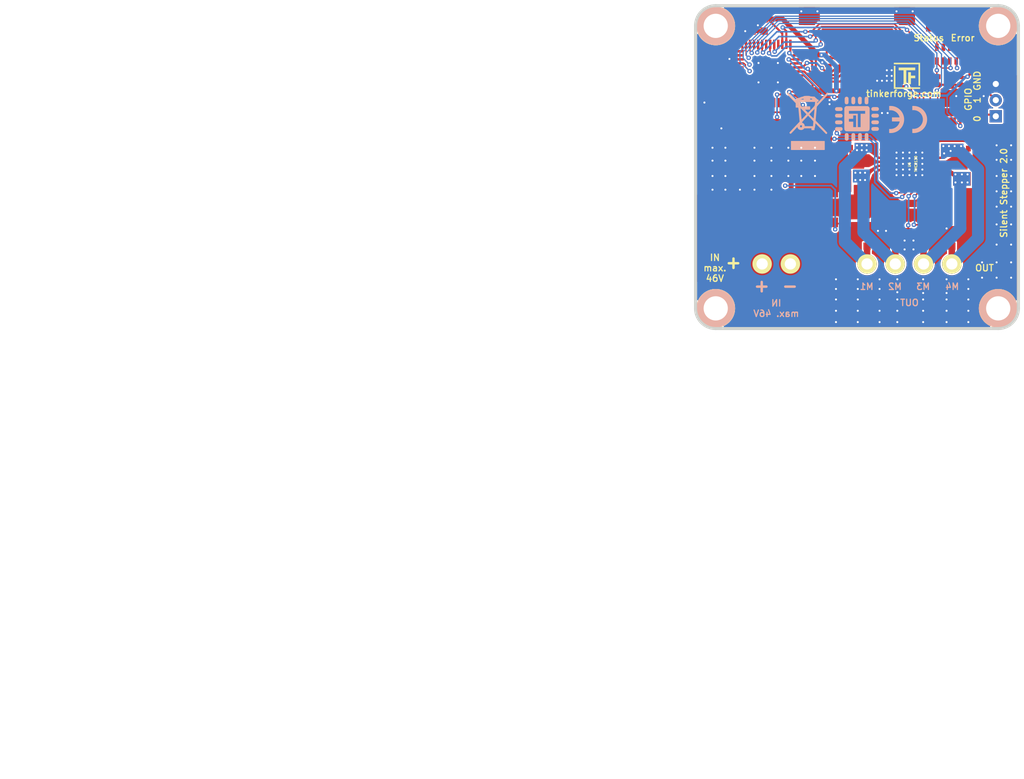
<source format=kicad_pcb>
(kicad_pcb (version 20221018) (generator pcbnew)
  (title_block (title "Silent Stepper Bricklet") (date "2020-10-22") (rev "2.0") (company "Tinkerforge GmbH") (comment 1 "Licensed under CERN OHL v.1.1") (comment 2 "Copyright (©) 2020, T.Schneidermann <tim@tinkerforge.com>"))
  (layers (0 "F.Cu" signal) (31 "B.Cu" signal) (34 "B.Paste" user) (35 "F.Paste" user) (36 "B.SilkS" user "B.Silkscreen") (37 "F.SilkS" user "F.Silkscreen") (38 "B.Mask" user) (39 "F.Mask" user) (44 "Edge.Cuts" user))
  (net 0 "")
  (net 1 "AGND")
  (net 2 "VCC")
  (net 3 "Net-(C7-Pad1)")
  (net 4 "Net-(C8-Pad1)")
  (net 5 "Net-(C9-Pad1)")
  (net 6 "Net-(C10-Pad2)")
  (net 7 "VEE")
  (net 8 "Net-(C12-Pad1)")
  (net 9 "Net-(C13-Pad1)")
  (net 10 "Net-(C16-Pad1)")
  (net 11 "Net-(C16-Pad2)")
  (net 12 "Net-(C17-Pad2)")
  (net 13 "Net-(C18-Pad2)")
  (net 14 "M4")
  (net 15 "M3")
  (net 16 "M2")
  (net 17 "M1")
  (net 18 "Net-(C26-Pad2)")
  (net 19 "Net-(C27-Pad2)")
  (net 20 "Net-(D1-Pad2)")
  (net 21 "Net-(D3-Pad2)")
  (net 22 "Net-(P1-Pad1)")
  (net 23 "Net-(P1-Pad4)")
  (net 24 "Net-(P1-Pad5)")
  (net 25 "Net-(P1-Pad6)")
  (net 26 "Net-(P2-Pad2)")
  (net 27 "Net-(P3-Pad1)")
  (net 28 "Net-(P4-Pad2)")
  (net 29 "Net-(R7-Pad2)")
  (net 30 "S-CS")
  (net 31 "S-CLK")
  (net 32 "S-MOSI")
  (net 33 "S-MISO")
  (net 34 "Net-(RP2-Pad5)")
  (net 35 "Net-(RP2-Pad6)")
  (net 36 "Net-(RP2-Pad7)")
  (net 37 "Net-(RP2-Pad8)")
  (net 38 "Net-(U1-Pad2)")
  (net 39 "Net-(U1-Pad5)")
  (net 40 "Net-(U1-Pad6)")
  (net 41 "Net-(U1-Pad7)")
  (net 42 "Net-(U1-Pad8)")
  (net 43 "Net-(U1-Pad9)")
  (net 44 "Net-(U1-Pad10)")
  (net 45 "Net-(U1-Pad11)")
  (net 46 "Net-(U1-Pad12)")
  (net 47 "Net-(U1-Pad28)")
  (net 48 "Net-(U1-Pad31)")
  (net 49 "Net-(U1-Pad34)")
  (net 50 "Net-(U1-Pad43)")
  (net 51 "Net-(U1-Pad44)")
  (net 52 "Net-(U6-Pad17)")
  (net 53 "Net-(U6-Pad19)")
  (net 54 "Net-(U6-Pad9)")
  (net 55 "Net-(C14-Pad2)")
  (net 56 "TMC-VREF")
  (net 57 "TMC-VIN")
  (net 58 "TMC-SW-3V3")
  (net 59 "TMC-STEP")
  (net 60 "TMC-CLK")
  (net 61 "VREF")
  (net 62 "TMC-CS")
  (net 63 "TMC-SCK")
  (net 64 "TMC-DIR")
  (net 65 "TMC-ENABLE")
  (net 66 "TMC-MOSI")
  (net 67 "TMC-MISO")
  (net 68 "Net-(U6-Pad20)")
  (net 69 "Net-(U6-Pad21)")
  (net 70 "Net-(U1-Pad16)")
  (net 71 "Net-(U1-Pad45)")
  (net 72 "Net-(U1-Pad46)")
  (net 73 "Net-(D2-Pad2)")
  (net 74 "Net-(RP3-Pad5)")
  (net 75 "Net-(RP3-Pad6)")
  (net 76 "Net-(RP3-Pad7)")
  (net 77 "Net-(RP3-Pad8)")
  (net 78 "Net-(U1-Pad48)")
  (net 79 "Net-(C29-Pad2)")
  (net 80 "Net-(C30-Pad2)")
  (net 81 "GPIO0")
  (net 82 "GPIO1")
  (net 83 "Net-(RP3-Pad2)")
  (net 84 "Net-(RP3-Pad3)")
  (net 85 "Net-(U1-Pad15)")
  (footprint "kicad-libraries:C0805" (layer "F.Cu") (at 121.9 106.6 180)
    (fp_text reference "C1")
    (fp_text value "10uF")
  )
  (footprint "kicad-libraries:C0603F" (layer "F.Cu") (at 121.9 108.2 180)
    (fp_text reference "C2")
    (fp_text value "1uF")
  )
  (footprint "kicad-libraries:C0603F" (layer "F.Cu") (at 107 102.4 -90)
    (fp_text reference "C3")
    (fp_text value "100nF")
  )
  (footprint "kicad-libraries:C0603F" (layer "F.Cu") (at 115.849259 111.3 -90)
    (fp_text reference "C4")
    (fp_text value "100nF")
  )
  (footprint "kicad-libraries:C0603F" (layer "F.Cu") (at 108.5 102.4 -90)
    (fp_text reference "C5")
    (fp_text value "100nF")
  )
  (footprint "kicad-libraries:C0603F" (layer "F.Cu") (at 114.5 111.3 -90)
    (fp_text reference "C6")
    (fp_text value "220nF")
  )
  (footprint "kicad-libraries:C0402F" (layer "F.Cu") (at 116.5 107 -90)
    (fp_text reference "C7")
    (fp_text value "220pF")
  )
  (footprint "kicad-libraries:C0603F" (layer "F.Cu") (at 102.6 106.4)
    (fp_text reference "C8")
    (fp_text value "10pF")
  )
  (footprint "kicad-libraries:C0402F" (layer "F.Cu") (at 123.3 114.5 -90)
    (fp_text reference "C10")
    (fp_text value "100nF")
  )
  (footprint "kicad-libraries:ELKO_103" (layer "F.Cu") (at 105.5 123.75 -90)
    (fp_text reference "C11")
    (fp_text value "330µF/50V")
  )
  (footprint "kicad-libraries:C0402F" (layer "F.Cu") (at 129.9 128)
    (fp_text reference "C12")
    (fp_text value "470nF")
  )
  (footprint "kicad-libraries:C0603F" (layer "F.Cu") (at 125.6 128 180)
    (fp_text reference "C13")
    (fp_text value "4.7µF")
  )
  (footprint "kicad-libraries:C0603F" (layer "F.Cu") (at 132.1 123.1)
    (fp_text reference "C15")
    (fp_text value "100nF/50V")
  )
  (footprint "kicad-libraries:C0603F" (layer "F.Cu") (at 127.7 124.5)
    (fp_text reference "C16")
    (fp_text value "22nF/50V-low")
  )
  (footprint "kicad-libraries:C0603F" (layer "F.Cu") (at 129.8 123.7 90)
    (fp_text reference "C17")
    (fp_text value "100nF/50V")
  )
  (footprint "kicad-libraries:C0402F" (layer "F.Cu") (at 116.1 116.5)
    (fp_text reference "C18")
    (fp_text value "100nF")
  )
  (footprint "kicad-libraries:C0603F" (layer "F.Cu") (at 132.5 129.8 180)
    (fp_text reference "C19")
    (fp_text value "470pF/100V")
  )
  (footprint "kicad-libraries:C0603F" (layer "F.Cu") (at 122.2 126.15 -90)
    (fp_text reference "C20")
    (fp_text value "100nF/50V")
  )
  (footprint "kicad-libraries:C0603F" (layer "F.Cu") (at 129 129.8 180)
    (fp_text reference "C21")
    (fp_text value "470pF/100V")
  )
  (footprint "kicad-libraries:C0603F" (layer "F.Cu") (at 123.5 126.15 -90)
    (fp_text reference "C22")
    (fp_text value "100nF/50V")
  )
  (footprint "kicad-libraries:C0603F" (layer "F.Cu") (at 124 129.8)
    (fp_text reference "C23")
    (fp_text value "470pF/100V")
  )
  (footprint "kicad-libraries:C1206E" (layer "F.Cu") (at 120.4 126.5 -90)
    (fp_text reference "C24")
    (fp_text value "4.7µF/50V")
  )
  (footprint "kicad-libraries:C0603F" (layer "F.Cu") (at 120.5 129.8)
    (fp_text reference "C25")
    (fp_text value "470pF/100V")
  )
  (footprint "kicad-libraries:C0402F" (layer "F.Cu") (at 118.7 117.6)
    (fp_text reference "C26")
    (fp_text value "100nF")
  )
  (footprint "kicad-libraries:C0402F" (layer "F.Cu") (at 134.3 117.7 180)
    (fp_text reference "C27")
    (fp_text value "100nF")
  )
  (footprint "kicad-libraries:SOD-123" (layer "F.Cu") (at 117.3 125 -90)
    (fp_text reference "D1")
    (fp_text value "Z12V")
  )
  (footprint "kicad-libraries:D0603F" (layer "F.Cu") (at 129 102 -90)
    (fp_text reference "D3")
    (fp_text value "blue")
  )
  (footprint "kicad-libraries:CON-SENSOR2" (layer "F.Cu") (at 120 100 180)
    (fp_text reference "P1")
    (fp_text value "CON-SENSOR2")
  )
  (footprint "kicad-libraries:SolderJumper" (layer "F.Cu") (at 103.2 114.25 90)
    (fp_text reference "P2")
    (fp_text value "BOOT")
  )
  (footprint "kicad-libraries:DEBUG_PAD" (layer "F.Cu") (at 101.4 114.2 180)
    (fp_text reference "P3")
    (fp_text value "DEBUG")
  )
  (footprint "kicad-libraries:OQ_2P" (layer "F.Cu") (at 110 132)
    (fp_text reference "P4")
    (fp_text value "black")
  )
  (footprint "kicad-libraries:OQ_4P" (layer "F.Cu") (at 126.5 132)
    (fp_text reference "P5")
    (fp_text value "green")
  )
  (footprint "kicad-libraries:SOIC-8-MOSFET" (layer "F.Cu") (at 113.75 125 180)
    (fp_text reference "Q1")
    (fp_text value "AO4438")
  )
  (footprint "kicad-libraries:R0402F" (layer "F.Cu") (at 118.7 126.5 -90)
    (fp_text reference "R2")
    (fp_text value "100k")
  )
  (footprint "kicad-libraries:R0402F" (layer "F.Cu") (at 101.1 116.3 90)
    (fp_text reference "R3")
    (fp_text value "15k")
  )
  (footprint "kicad-libraries:R0402F" (layer "F.Cu") (at 102.1 116.3 -90)
    (fp_text reference "R4")
    (fp_text value "1k")
  )
  (footprint "kicad-libraries:R0603F" (layer "F.Cu") (at 122.1 114.1 -90)
    (fp_text reference "R5")
    (fp_text value "FB")
  )
  (footprint "kicad-libraries:R0402F" (layer "F.Cu") (at 124.3 114.5 90)
    (fp_text reference "R6")
    (fp_text value "1k")
  )
  (footprint "kicad-libraries:R0402F" (layer "F.Cu") (at 125.9 114.9 -90)
    (fp_text reference "R7")
    (fp_text value "220")
  )
  (footprint "kicad-libraries:R0402F" (layer "F.Cu") (at 128 128 180)
    (fp_text reference "R8")
    (fp_text value "2R2")
  )
  (footprint "kicad-libraries:R0402F" (layer "F.Cu") (at 129.6 115.4)
    (fp_text reference "R9")
    (fp_text value "1k")
  )
  (footprint "kicad-libraries:R0402F" (layer "F.Cu") (at 116.1 115.5 180)
    (fp_text reference "R10")
    (fp_text value "3.9k")
  )
  (footprint "kicad-libraries:R0402F" (layer "F.Cu") (at 116.1 114.5)
    (fp_text reference "R11")
    (fp_text value "560")
  )
  (footprint "kicad-libraries:R1206E" (layer "F.Cu") (at 118.7 119.3)
    (fp_text reference "R12")
    (fp_text value "0.12/0.5W")
  )
  (footprint "kicad-libraries:R1206E" (layer "F.Cu") (at 134.3 119.4 180)
    (fp_text reference "R13")
    (fp_text value "0.12/0.5W")
  )
  (footprint "kicad-libraries:4X0402" (layer "F.Cu") (at 118.1 107 180)
    (fp_text reference "RP1")
    (fp_text value "82")
  )
  (footprint "kicad-libraries:4X0402" (layer "F.Cu") (at 127.5 114.9 180)
    (fp_text reference "RP2")
    (fp_text value "220")
  )
  (footprint "kicad-libraries:QFN48-EP2" (layer "F.Cu") (at 109 108.4)
    (fp_text reference "U1")
    (fp_text value "XMC1404")
  )
  (footprint "kicad-libraries:DRILL_NP" (layer "F.Cu") (at 102.5 137.5)
    (fp_text reference "U2" hide)
    (fp_text value "DRILL" hide)
  )
  (footprint "kicad-libraries:DRILL_NP" (layer "F.Cu") (at 137.5 102.5)
    (fp_text reference "U3" hide)
    (fp_text value "DRILL" hide)
  )
  (footprint "kicad-libraries:DRILL_NP" (layer "F.Cu") (at 137.5 137.5)
    (fp_text reference "U4" hide)
    (fp_text value "DRILL" hide)
  )
  (footprint "kicad-libraries:DRILL_NP" (layer "F.Cu") (at 102.5 102.5)
    (fp_text reference "U5" hide)
    (fp_text value "DRILL" hide)
  )
  (footprint "kicad-libraries:QFN36_5X6" (layer "F.Cu") (at 126.5 119.6 -90)
    (fp_text reference "U6")
    (fp_text value "TMC2130")
  )
  (footprint "kicad-libraries:CRYSTAL_3225" (layer "F.Cu") (at 102.6 109.2 90)
    (fp_text reference "X1")
    (fp_text value "16MHz")
  )
  (footprint "kicad-libraries:C0603F" (layer "F.Cu") (at 110.8 115.8)
    (fp_text reference "C14")
    (fp_text value "100nF")
  )
  (footprint "kicad-libraries:C0603F" (layer "F.Cu") (at 113.7 115.8)
    (fp_text reference "C28")
    (fp_text value "DNP")
  )
  (footprint "kicad-libraries:R0603F" (layer "F.Cu") (at 110.8 114.5 180)
    (fp_text reference "R14")
    (fp_text value "470")
  )
  (footprint "kicad-libraries:R0603F" (layer "F.Cu") (at 113.7 114.5 180)
    (fp_text reference "R15")
    (fp_text value "0")
  )
  (footprint "kicad-libraries:C0603F" (layer "F.Cu") (at 102.6 112 180)
    (fp_text reference "C9")
    (fp_text value "10pF")
  )
  (footprint "kicad-libraries:R0402F" (layer "F.Cu") (at 132.8 109.3 90)
    (fp_text reference "R17")
    (fp_text value "10K")
  )
  (footprint "kicad-libraries:R0402F" (layer "F.Cu") (at 130 112.7 90)
    (fp_text reference "R16")
    (fp_text value "100")
  )
  (footprint "kicad-libraries:C0805" (layer "F.Cu") (at 131.4 110.8 90)
    (fp_text reference "C29")
    (fp_text value "10uF")
  )
  (footprint "kicad-libraries:R0402F" (layer "F.Cu") (at 130 109.3 90)
    (fp_text reference "R1")
    (fp_text value "100")
  )
  (footprint "kicad-libraries:R0402F" (layer "F.Cu") (at 132.8 113.6 -90)
    (fp_text reference "R18")
    (fp_text value "10K")
  )
  (footprint "kicad-libraries:C0805" (layer "F.Cu") (at 131.4 114.2 90)
    (fp_text reference "C30")
    (fp_text value "10uF")
  )
  (footprint "kicad-libraries:D0603F" (layer "F.Cu") (at 133.1 102 -90)
    (fp_text reference "D2")
    (fp_text value "red")
  )
  (footprint "kicad-libraries:4X0603" (layer "F.Cu") (at 131.1 106)
    (fp_text reference "RP3")
    (fp_text value "1k")
  )
  (footprint "kicad-libraries:JST-PH-3-THT" (layer "F.Cu") (at 137.2 111.7 -90)
    (fp_text reference "P6")
    (fp_text value "CONN_01X03")
  )
  (footprint "kicad-libraries:Logo_31x31" (layer "F.Cu") (at 126.2 108.7)
    (fp_text reference "G***" hide)
    (fp_text value "LOGO" hide)
  )
  (footprint "kicad-libraries:Fiducial_Mark" (layer "F.Cu") (at 108 116)
    (fp_text reference "Fiducial_Mark" hide)
    (fp_text value "VAL**" hide)
  )
  (footprint "kicad-libraries:Fiducial_Mark" (layer "F.Cu") (at 136 107)
    (fp_text reference "Fiducial_Mark" hide)
    (fp_text value "VAL**" hide)
  )
  (footprint "kicad-libraries:Fiducial_Mark" (layer "F.Cu") (at 110 138)
    (fp_text reference "Fiducial_Mark" hide)
    (fp_text value "VAL**" hide)
  )
  (footprint "kicad-libraries:Logo_CoMCU" (layer "B.Cu") (at 120 114 180)
    (fp_text reference "G***" hide)
    (fp_text value "LOGO" hide)
  )
  (footprint "kicad-libraries:WEEE_7mm" (layer "B.Cu") (at 113.9 114.3 180)
    (fp_text reference "VAL" hide)
    (fp_text value "WEEE_7mm" hide)
  )
  (footprint "kicad-libraries:CE_5mm" (layer "B.Cu") (at 126.3 114.1 180)
    (fp_text reference "VAL" hide)
    (fp_text value "CE_5mm" hide)
  )
  (gr_line (start 140 102.5) (end 140 137.5) (stroke (width 0.381)) (layer "Edge.Cuts"))
  (gr_line (start 137.5 140) (end 102.5 140) (stroke (width 0.381)) (layer "Edge.Cuts"))
  (gr_arc (start 137.5 100) (mid 139.267767 100.732233) (end 140 102.5) (stroke (width 0.381)) (layer "Edge.Cuts"))
  (gr_line (start 102.5 100) (end 137.5 100) (stroke (width 0.381)) (layer "Edge.Cuts"))
  (gr_line (start 100 137.5) (end 100 102.5) (stroke (width 0.381)) (layer "Edge.Cuts"))
  (gr_arc (start 100 102.5) (mid 100.732233 100.732233) (end 102.5 100) (stroke (width 0.381)) (layer "Edge.Cuts"))
  (gr_arc (start 140 137.5) (mid 139.267767 139.267767) (end 137.5 140) (stroke (width 0.381)) (layer "Edge.Cuts"))
  (gr_arc (start 102.5 140) (mid 100.732233 139.267767) (end 100 137.5) (stroke (width 0.381)) (layer "Edge.Cuts"))
  (gr_text "M4" (at 131.8 134.8) (layer "B.SilkS") (effects (font (size 0.8 0.8)) (justify mirror)))
  (gr_text "M1" (at 121.2 134.8) (layer "B.SilkS") (effects (font (size 0.8 0.8)) (justify mirror)))
  (gr_text "M3" (at 128.2 134.8) (layer "B.SilkS") (effects (font (size 0.8 0.8)) (justify mirror)))
  (gr_text "OUT" (at 126.5 136.8) (layer "B.SilkS") (effects (font (size 0.8 0.8)) (justify mirror)))
  (gr_text "M2" (at 124.7 134.8) (layer "B.SilkS") (effects (font (size 0.8 0.8)) (justify mirror)))
  (gr_text "-" (at 111.7 134.7) (layer "B.SilkS") (effects (font (size 1.524 1.524) (thickness 0.3048)) (justify mirror)))
  (gr_text "+" (at 108.2 134.7) (layer "B.SilkS") (effects (font (size 1.524 1.524) (thickness 0.3048)) (justify mirror)))
  (gr_text "IN\nmax. 46V" (at 110 137.5) (layer "B.SilkS") (effects (font (size 0.8 0.8)) (justify mirror)))
  (gr_text "GPIO" (at 133.8 111.6 90) (layer "F.SilkS") (effects (font (size 0.8 0.8))))
  (gr_text "Silent Stepper 2.0" (at 138.2 123.2 90) (layer "F.SilkS") (effects (font (size 0.8 0.8))))
  (gr_text "OUT" (at 135.8 132.5) (layer "F.SilkS") (effects (font (size 0.8 0.8))))
  (gr_text "Status" (at 128.9 104) (layer "F.SilkS") (effects (font (size 0.8 0.8))))
  (gr_text "Error" (at 133.1 104) (layer "F.SilkS") (effects (font (size 0.8 0.8))))
  (gr_text "IN\nmax.\n46V" (at 102.4 132.5) (layer "F.SilkS") (effects (font (size 0.8 0.8))))
  (gr_text "tinkerforge.com" (at 125.8 110.9) (layer "F.SilkS") (effects (font (size 0.8 0.8))))
  (gr_text "GND" (at 134.9 109.3 90) (layer "F.SilkS") (effects (font (size 0.8 0.8))))
  (gr_text "+" (at 104.7 131.8) (layer "F.SilkS") (effects (font (size 1.524 1.524) (thickness 0.3048))))
  (gr_text "1" (at 134.9 111.7 90) (layer "F.SilkS") (effects (font (size 0.8 0.8))))
  (gr_text "0" (at 134.9 114 90) (layer "F.SilkS") (effects (font (size 0.8 0.8))))
  (segment (start 102.1 117.6) (end 102.1 118.2) (width 0.25) (layer "F.Cu") (net 1))
  (segment (start 117.3 122.8) (end 116.8 122.3) (width 0.3) (layer "F.Cu") (net 1))
  (segment (start 129.69786 117.85248) (end 129.69786 118.35032) (width 0.2) (layer "F.Cu") (net 1))
  (segment (start 113.330402 109.1493) (end 112.61188 109.1493) (width 0.25) (layer "F.Cu") (net 1))
  (segment (start 108.5 103.15) (end 107.75 103.15) (width 0.3) (layer "F.Cu") (net 1))
  (segment (start 102.1 116.8) (end 102.1 117.6) (width 0.25) (layer "F.Cu") (net 1))
  (segment (start 103.2 114.75) (end 103.595002 114.75) (width 0.25) (layer "F.Cu") (net 1))
  (segment (start 105.8 103.4) (end 106.05 103.15) (width 0.25) (layer "F.Cu") (net 1))
  (segment (start 122.90076 106.6) (end 122.90076 107.94924) (width 0.6) (layer "F.Cu") (net 1))
  (segment (start 108.5 103.15) (end 107.65 103.15) (width 0.5) (layer "F.Cu") (net 1))
  (segment (start 107.75 103.15) (end 107.75 102.454416) (width 0.3) (layer "F.Cu") (net 1))
  (segment (start 107.75 103.15) (end 107 103.15) (width 0.3) (layer "F.Cu") (net 1))
  (segment (start 117.3 123.15088) (end 117.3 122.8) (width 0.3) (layer "F.Cu") (net 1))
  (segment (start 126.5 119.6) (end 127.3 119.6) (width 0.7) (layer "F.Cu") (net 1))
  (segment (start 101.7999 111.9499) (end 101.85 112) (width 0.5) (layer "F.Cu") (net 1))
  (segment (start 103.2 114.75) (end 103.2 115.2) (width 0.25) (layer "F.Cu") (net 1))
  (segment (start 107.65 103.15) (end 107.65 102.498574) (width 0.5) (layer "F.Cu") (net 1))
  (segment (start 127.3 119.6) (end 128.9 118) (width 0.7) (layer "F.Cu") (net 1))
  (segment (start 116.2 107.5) (end 116.2 107.4) (width 0.3) (layer "F.Cu") (net 1))
  (segment (start 122.90076 107.94924) (end 122.65 108.2) (width 0.6) (layer "F.Cu") (net 1))
  (segment (start 104 106.4) (end 104.2 106.6) (width 0.5) (layer "F.Cu") (net 1))
  (segment (start 101.7999 110.29982) (end 101.7999 111.9499) (width 0.5) (layer "F.Cu") (net 1))
  (segment (start 103.35 106.4) (end 104 106.4) (width 0.5) (layer "F.Cu") (net 1))
  (segment (start 106.05 103.15) (end 107 103.15) (width 0.25) (layer "F.Cu") (net 1))
  (segment (start 114.5 112.05) (end 114.35 112.05) (width 0.5) (layer "F.Cu") (net 1))
  (segment (start 113.6 109.418898) (end 113.330402 109.1493) (width 0.25) (layer "F.Cu") (net 1))
  (segment (start 106.161774 103.15) (end 106.155887 103.155887) (width 0.5) (layer "F.Cu") (net 1))
  (segment (start 123.30214 117.85248) (end 123.30214 118.35032) (width 0.2) (layer "F.Cu") (net 1))
  (segment (start 114.5 112.05) (end 115.849259 112.05) (width 0.5) (layer "F.Cu") (net 1))
  (segment (start 107.65 103.15) (end 107 103.15) (width 0.5) (layer "F.Cu") (net 1))
  (segment (start 102.65 114.595002) (end 102.804998 114.75) (width 0.25) (layer "F.Cu") (net 1))
  (segment (start 113.6 109.7) (end 113.6 109.418898) (width 0.25) (layer "F.Cu") (net 1))
  (segment (start 113.6 111.3) (end 113.6 109.7) (width 0.5) (layer "F.Cu") (net 1))
  (segment (start 102.65 114.475) (end 102.65 114.595002) (width 0.25) (layer "F.Cu") (net 1))
  (segment (start 103.75 114.595002) (end 103.75 114.475) (width 0.25) (layer "F.Cu") (net 1))
  (segment (start 122.5 106.19924) (end 122.90076 106.6) (width 0.6) (layer "F.Cu") (net 1))
  (segment (start 115.8 107) (end 115.7 107) (width 0.3) (layer "F.Cu") (net 1))
  (segment (start 116.5 107.5) (end 116.2 107.5) (width 0.2) (layer "F.Cu") (net 1))
  (segment (start 107.75 102.454416) (end 107.722079 102.426495) (width 0.3) (layer "F.Cu") (net 1))
  (segment (start 124.9 118.9) (end 124 118) (width 0.7) (layer "F.Cu") (net 1))
  (segment (start 124 118) (end 123.6 118) (width 0.7) (layer "F.Cu") (net 1))
  (segment (start 102.1 118.2) (end 102.3 118.4) (width 0.25) (layer "F.Cu") (net 1))
  (segment (start 107 103.15) (end 106.161774 103.15) (width 0.5) (layer "F.Cu") (net 1))
  (segment (start 122.5 104.6) (end 122.5 106.19924) (width 0.6) (layer "F.Cu") (net 1))
  (segment (start 116.8 122.3) (end 115.65498 122.3) (width 0.3) (layer "F.Cu") (net 1))
  (segment (start 107.65 102.498574) (end 107.722079 102.426495) (width 0.5) (layer "F.Cu") (net 1))
  (segment (start 103.4001 106.4501) (end 103.35 106.4) (width 0.5) (layer "F.Cu") (net 1))
  (segment (start 102.804998 114.75) (end 103.2 114.75) (width 0.25) (layer "F.Cu") (net 1))
  (segment (start 114.35 112.05) (end 113.6 111.3) (width 0.5) (layer "F.Cu") (net 1))
  (segment (start 101.85 112) (end 101.1 112) (width 0.5) (layer "F.Cu") (net 1))
  (segment (start 116.2 107.4) (end 115.8 107) (width 0.3) (layer "F.Cu") (net 1))
  (segment (start 115.65498 122.3) (end 115.65246 122.30252) (width 0.3) (layer "F.Cu") (net 1))
  (segment (start 103.4001 108.10018) (end 103.4001 106.4501) (width 0.5) (layer "F.Cu") (net 1))
  (segment (start 105.39066 105.65172) (end 105.8 105.65172) (width 0.25) (layer "F.Cu") (net 1))
  (segment (start 105.8 105.65172) (end 105.8 103.4) (width 0.25) (layer "F.Cu") (net 1))
  (segment (start 103.595002 114.75) (end 103.75 114.595002) (width 0.25) (layer "F.Cu") (net 1))
  (via (at 107.3 117.6) (size 0.55) (drill 0.25) (layers "F.Cu" "B.Cu") (net 1))
  (via (at 107.3 122.8) (size 0.55) (drill 0.25) (layers "F.Cu" "B.Cu") (net 1))
  (via (at 107.3 119.2) (size 0.55) (drill 0.25) (layers "F.Cu" "B.Cu") (net 1))
  (via (at 107.3 121.1) (size 0.55) (drill 0.25) (layers "F.Cu" "B.Cu") (net 1))
  (via (at 120.1 136.4) (size 0.55) (drill 0.25) (layers "F.Cu" "B.Cu") (net 1))
  (via (at 120.1 133.9) (size 0.55) (drill 0.25) (layers "F.Cu" "B.Cu") (net 1))
  (via (at 120.1 139.2) (size 0.55) (drill 0.25) (layers "F.Cu" "B.Cu") (net 1))
  (via (at 120.1 137.8) (size 0.55) (drill 0.25) (layers "F.Cu" "B.Cu") (net 1))
  (via (at 120.1 135.1) (size 0.55) (drill 0.25) (layers "F.Cu" "B.Cu") (net 1))
  (via (at 139.1 119.1) (size 0.55) (drill 0.25) (layers "F.Cu" "B.Cu") (net 1))
  (via (at 137.3 119.1) (size 0.55) (drill 0.25) (layers "F.Cu" "B.Cu") (net 1))
  (via (at 128.1 121) (size 0.55) (drill 0.25) (layers "F.Cu" "B.Cu") (net 1))
  (via (at 124.9 121) (size 0.55) (drill 0.25) (layers "F.Cu" "B.Cu") (net 1))
  (via (at 125.7 121) (size 0.55) (drill 0.25) (layers "F.Cu" "B.Cu") (net 1))
  (via (at 127.3 121) (size 0.55) (drill 0.25) (layers "F.Cu" "B.Cu") (net 1))
  (via (at 126.5 121) (size 0.55) (drill 0.25) (layers "F.Cu" "B.Cu") (net 1))
  (via (at 124.9 118.2) (size 0.55) (drill 0.25) (layers "F.Cu" "B.Cu") (net 1))
  (via (at 124.3 108) (size 0.55) (drill 0.25) (layers "F.Cu" "B.Cu") (net 1))
  (via (at 103.7 117.6) (size 0.55) (drill 0.25) (layers "F.Cu" "B.Cu") (net 1))
  (via (at 107.8 107.1) (size 0.55) (drill 0.25) (layers "F.Cu" "B.Cu") (net 1))
  (via (at 106.155887 103.155887) (size 0.55) (drill 0.25) (layers "F.Cu" "B.Cu") (net 1))
  (via (at 117.4 137.8) (size 0.55) (drill 0.25) (layers "F.Cu" "B.Cu") (net 1))
  (via (at 137.3 131.8) (size 0.55) (drill 0.25) (layers "F.Cu" "B.Cu") (net 1))
  (via (at 109.4 117.6) (size 0.55) (drill 0.25) (layers "F.Cu" "B.Cu") (net 1))
  (via (at 139.1 127.1) (size 0.55) (drill 0.25) (layers "F.Cu" "B.Cu") (net 1))
  (via (at 139.1 133.7) (size 0.55) (drill 0.25) (layers "F.Cu" "B.Cu") (net 1))
  (via (at 125.9 130.2) (size 0.55) (drill 0.25) (layers "F.Cu" "B.Cu") (net 1))
  (via (at 102.1 121.1) (size 0.55) (drill 0.25) (layers "F.Cu" "B.Cu") (net 1))
  (via (at 117.4 133.9) (size 0.55) (drill 0.25) (layers "F.Cu" "B.Cu") (net 1))
  (via (at 103.7 119.2) (size 0.55) (drill 0.25) (layers "F.Cu" "B.Cu") (net 1))
  (via (at 102.1 117.6) (size 0.55) (drill 0.25) (layers "F.Cu" "B.Cu") (net 1))
  (via (at 133.8 136.4) (size 0.55) (drill 0.25) (layers "F.Cu" "B.Cu") (net 1))
  (via (at 127.3 119.6) (size 0.55) (drill 0.25) (layers "F.Cu" "B.Cu") (net 1))
  (via (at 131.1 133.9) (size 0.55) (drill 0.25) (layers "F.Cu" "B.Cu") (net 1))
  (via (at 123.1 113.3) (size 0.55) (drill 0.25) (layers "F.Cu" "B.Cu") (net 1))
  (via (at 124.3 109.3) (size 0.55) (drill 0.25) (layers "F.Cu" "B.Cu") (net 1))
  (via (at 124.9 100.7) (size 0.55) (drill 0.25) (layers "F.Cu" "B.Cu") (net 1))
  (via (at 122.8 137.8) (size 0.55) (drill 0.25) (layers "F.Cu" "B.Cu") (net 1))
  (via (at 103.7 122.8) (size 0.55) (drill 0.25) (layers "F.Cu" "B.Cu") (net 1))
  (via (at 131.1 137.8) (size 0.55) (drill 0.25) (layers "F.Cu" "B.Cu") (net 1))
  (via (at 128.2 136.4) (size 0.55) (drill 0.25) (layers "F.Cu" "B.Cu") (net 1))
  (via (at 133.8 139.2) (size 0.55) (drill 0.25) (layers "F.Cu" "B.Cu") (net 1))
  (via (at 122.5 109.3) (size 0.55) (drill 0.25) (layers "F.Cu" "B.Cu") (net 1))
  (via (at 131.1 136.4) (size 0.55) (drill 0.25) (layers "F.Cu" "B.Cu") (net 1))
  (via (at 137.3 123) (size 0.55) (drill 0.25) (layers "F.Cu" "B.Cu") (net 1))
  (via (at 128.1 118.9) (size 0.55) (drill 0.25) (layers "F.Cu" "B.Cu") (net 1))
  (via (at 123.8 113.3) (size 0.55) (drill 0.25) (layers "F.Cu" "B.Cu") (net 1))
  (via (at 126.5 120.3) (size 0.55) (drill 0.25) (layers "F.Cu" "B.Cu") (net 1))
  (via (at 137.3 117.3) (size 0.55) (drill 0.25) (layers "F.Cu" "B.Cu") (net 1))
  (via (at 126.5 118.9) (size 0.55) (drill 0.25) (layers "F.Cu" "B.Cu") (net 1))
  (via (at 113.1 121.1) (size 0.55) (drill 0.25) (layers "F.Cu" "B.Cu") (net 1))
  (via (at 127.3 120.3) (size 0.55) (drill 0.25) (layers "F.Cu" "B.Cu") (net 1))
  (via (at 124.9 120.3) (size 0.55) (drill 0.25) (layers "F.Cu" "B.Cu") (net 1))
  (via (at 104.2 106.6) (size 0.55) (drill 0.25) (layers "F.Cu" "B.Cu") (net 1))
  (via (at 133.8 133.9) (size 0.55) (drill 0.25) (layers "F.Cu" "B.Cu") (net 1))
  (via (at 117.4 139.2) (size 0.55) (drill 0.25) (layers "F.Cu" "B.Cu") (net 1))
  (via (at 133.8 137.8) (size 0.55) (drill 0.25) (layers "F.Cu" "B.Cu") (net 1))
  (via (at 122.8 139.2) (size 0.55) (drill 0.25) (layers "F.Cu" "B.Cu") (net 1))
  (via (at 139.1 131.8) (size 0.55) (drill 0.25) (layers "F.Cu" "B.Cu") (net 1))
  (via (at 139.1 123) (size 0.55) (drill 0.25) (layers "F.Cu" "B.Cu") (net 1))
  (via (at 109.4 122.8) (size 0.55) (drill 0.25) (layers "F.Cu" "B.Cu") (net 1))
  (via (at 128.1 119.6) (size 0.55) (drill 0.25) (layers "F.Cu" "B.Cu") (net 1))
  (via (at 114.8 117.6) (size 0.55) (drill 0.25) (layers "F.Cu" "B.Cu") (net 1))
  (via (at 107.722079 102.426495) (size 0.55) (drill 0.25) (layers "F.Cu" "B.Cu") (net 1))
  (via (at 116.6 112.2) (size 0.55) (drill 0.25) (layers "F.Cu" "B.Cu") (net 1))
  (via (at 113.1 117.6) (size 0.55) (drill 0.25) (layers "F.Cu" "B.Cu") (net 1))
  (via (at 125.9 129.1) (size 0.55) (drill 0.25) (layers "F.Cu" "B.Cu") (net 1))
  (via (at 102.1 119.2) (size 0.55) (drill 0.25) (layers "F.Cu" "B.Cu") (net 1))
  (via (at 122.6 127.9) (size 0.55) (drill 0.25) (layers "F.Cu" "B.Cu") (net 1))
  (via (at 128.2 135.6) (size 0.55) (drill 0.25) (layers "F.Cu" "B.Cu") (net 1))
  (via (at 127.3 118.2) (size 0.55) (drill 0.25) (layers "F.Cu" "B.Cu") (net 1))
  (via (at 139.1 129.6) (size 0.55) (drill 0.25) (layers "F.Cu" "B.Cu") (net 1))
  (via (at 125 137.8) (size 0.55) (drill 0.25) (layers "F.Cu" "B.Cu") (net 1))
  (via (at 124.9 119.6) (size 0.55) (drill 0.25) (layers "F.Cu" "B.Cu") (net 1))
  (via (at 123.7 109.3) (size 0.55) (drill 0.25) (layers "F.Cu" "B.Cu") (net 1))
  (via (at 114.8 119.2) (size 0.55) (drill 0.25) (layers "F.Cu" "B.Cu") (net 1))
  (via (at 139.1 124.9) (size 0.55) (drill 0.25) (layers "F.Cu" "B.Cu") (net 1))
  (via (at 123.6 127.9) (size 0.55) (drill 0.25) (layers "F.Cu" "B.Cu") (net 1))
  (via (at 117.4 136.4) (size 0.55) (drill 0.25) (layers "F.Cu" "B.Cu") (net 1))
  (via (at 126.5 119.6) (size 0.55) (drill 0.25) (layers "F.Cu" "B.Cu") (net 1))
  (via (at 110.2 107.1) (size 0.55) (drill 0.25) (layers "F.Cu" "B.Cu") (net 1))
  (via (at 123.1 109.3) (size 0.55) (drill 0.25) (layers "F.Cu" "B.Cu") (net 1))
  (via (at 137.3 129.6) (size 0.55) (drill 0.25) (layers "F.Cu" "B.Cu") (net 1))
  (via (at 115.1 100.7) (size 0.55) (drill 0.25) (layers "F.Cu" "B.Cu") (net 1))
  (via (at 105.5 122.8) (size 0.55) (drill 0.25) (layers "F.Cu" "B.Cu") (net 1))
  (via (at 101.1 112) (size 0.55) (drill 0.25) (layers "F.Cu" "B.Cu") (net 1))
  (via (at 124.3 108.7) (size 0.55) (drill 0.25) (layers "F.Cu" "B.Cu") (net 1))
  (via (at 135.5 133.7) (size 0.55) (drill 0.25) (layers "F.Cu" "B.Cu") (net 1))
  (via (at 110.2 109.5) (size 0.55) (drill 0.25) (layers "F.Cu" "B.Cu") (net 1))
  (via (at 123.7 108) (size 0.55) (drill 0.25) (layers "F.Cu" "B.Cu") (net 1))
  (via (at 127 130.2) (size 0.55) (drill 0.25) (layers "F.Cu" "B.Cu") (net 1))
  (via (at 127.3 118.9) (size 0.55) (drill 0.25) (layers "F.Cu" "B.Cu") (net 1))
  (via (at 117.4 135.1) (size 0.55) (drill 0.25) (layers "F.Cu" "B.Cu") (net 1))
  (via (at 137.3 124.9) (size 0.55) (drill 0.25) (layers "F.Cu" "B.Cu") (net 1))
  (via (at 109.4 121.1) (size 0.55) (drill 0.25) (layers "F.Cu" "B.Cu") (net 1))
  (via (at 125.7 118.9) (size 0.55) (drill 0.25) (layers "F.Cu" "B.Cu") (net 1))
  (via (at 133.8 135.1) (size 0.55) (drill 0.25) (layers "F.Cu" "B.Cu") (net 1))
  (via (at 128.2 137.8) (size 0.55) (drill 0.25) (layers "F.Cu" "B.Cu") (net 1))
  (via (at 116.6 111.7) (size 0.55) (drill 0.25) (layers "F.Cu" "B.Cu") (net 1))
  (via (at 109.4 119.2) (size 0.55) (drill 0.25) (layers "F.Cu" "B.Cu") (net 1))
  (via (at 131.1 127.6) (size 0.55) (drill 0.25) (layers "F.Cu" "B.Cu") (net 1))
  (via (at 137.3 121.1) (size 0.55) (drill 0.25) (layers "F.Cu" "B.Cu") (net 1))
  (via (at 123.7 108.7) (size 0.55) (drill 0.25) (layers "F.Cu" "B.Cu") (net 1))
  (via (at 103.2 115.2) (size 0.55) (drill 0.25) (layers "F.Cu" "B.Cu") (net 1))
  (via (at 139.1 121.1) (size 0.55) (drill 0.25) (layers "F.Cu" "B.Cu") (net 1))
  (via (at 127 129.1) (size 0.55) (drill 0.25) (layers "F.Cu" "B.Cu") (net 1))
  (via (at 126.9 100.7) (size 0.55) (drill 0.25) (layers "F.Cu" "B.Cu") (net 1))
  (via (at 124.9 118.9) (size 0.55) (drill 0.25) (layers "F.Cu" "B.Cu") (net 1))
  (via (at 128.1 118.2) (size 0.55) (drill 0.25) (layers "F.Cu" "B.Cu") (net 1))
  (via (at 135.5 131.8) (size 0.55) (drill 0.25) (layers "F.Cu" "B.Cu") (net 1))
  (via (at 132.3 111.2) (size 0.55) (drill 0.25) (layers "F.Cu" "B.Cu") (net 1))
  (via (at 102.1 122.8) (size 0.55) (drill 0.25) (layers "F.Cu" "B.Cu") (net 1))
  (via (at 128.2 133.9) (size 0.55) (drill 0.25) (layers "F.Cu" "B.Cu") (net 1))
  (via (at 131.1 135.6) (size 0.55) (drill 0.25) (layers "F.Cu" "B.Cu") (net 1))
  (via (at 107.8 109.5) (size 0.55) (drill 0.25) (layers "F.Cu" "B.Cu") (net 1))
  (via (at 126.5 118.2) (size 0.55) (drill 0.25) (layers "F.Cu" "B.Cu") (net 1))
  (via (at 137.3 127.1) (size 0.55) (drill 0.25) (layers "F.Cu" "B.Cu") (net 1))
  (via (at 103.7 121.1) (size 0.55) (drill 0.25) (layers "F.Cu" "B.Cu") (net 1))
  (via (at 139.1 117.3) (size 0.55) (drill 0.25) (layers "F.Cu" "B.Cu") (net 1))
  (via (at 125.7 118.2) (size 0.55) (drill 0.25) (layers "F.Cu" "B.Cu") (net 1))
  (via (at 125.7 119.6) (size 0.55) (drill 0.25) (layers "F.Cu" "B.Cu") (net 1))
  (via (at 115.7 107) (size 0.55) (drill 0.25) (layers "F.Cu" "B.Cu") (net 1))
  (via (at 122.8 136.4) (size 0.55) (drill 0.25) (layers "F.Cu" "B.Cu") (net 1))
  (via (at 125 139.2) (size 0.55) (drill 0.25) (layers "F.Cu" "B.Cu") (net 1))
  (via (at 122.8 133.9) (size 0.55) (drill 0.25) (layers "F.Cu" "B.Cu") (net 1))
  (via (at 125 136.4) (size 0.55) (drill 0.25) (layers "F.Cu" "B.Cu") (net 1))
  (via (at 111.5 117.6) (size 0.55) (drill 0.25) (layers "F.Cu" "B.Cu") (net 1))
  (via (at 122.8 135.1) (size 0.55) (drill 0.25) (layers "F.Cu" "B.Cu") (net 1))
  (via (at 111.5 119.2) (size 0.55) (drill 0.25) (layers "F.Cu" "B.Cu") (net 1))
  (via (at 125 135.5) (size 0.55) (drill 0.25) (layers "F.Cu" "B.Cu") (net 1))
  (via (at 131.1 139.2) (size 0.55) (drill 0.25) (layers "F.Cu" "B.Cu") (net 1))
  (via (at 113.1 119.2) (size 0.55) (drill 0.25) (layers "F.Cu" "B.Cu") (net 1))
  (via (at 128.1 120.3) (size 0.55) (drill 0.25) (layers "F.Cu" "B.Cu") (net 1))
  (via (at 135.7 111.2) (size 0.55) (drill 0.25) (layers "F.Cu" "B.Cu") (net 1))
  (via (at 125 133.9) (size 0.55) (drill 0.25) (layers "F.Cu" "B.Cu") (net 1))
  (via (at 113.1 100.7) (size 0.55) (drill 0.25) (layers "F.Cu" "B.Cu") (net 1))
  (via (at 125.7 120.3) (size 0.55) (drill 0.25) (layers "F.Cu" "B.Cu") (net 1))
  (via (at 114.8 121.1) (size 0.55) (drill 0.25) (layers "F.Cu" "B.Cu") (net 1))
  (via (at 111.5 121.1) (size 0.55) (drill 0.25) (layers "F.Cu" "B.Cu") (net 1))
  (via (at 128.2 139.2) (size 0.55) (drill 0.25) (layers "F.Cu" "B.Cu") (net 1))
  (via (at 137.3 133.7) (size 0.55) (drill 0.25) (layers "F.Cu" "B.Cu") (net 1))
  (segment (start 117.45 110.55) (end 115.849259 110.55) (width 0.6) (layer "F.Cu") (net 2))
  (segment (start 121.15 109.35) (end 121.8 110) (width 0.3) (layer "F.Cu") (net 2))
  (segment (start 121.15 108.35) (end 118.95 110.55) (width 0.6) (layer "F.Cu") (net 2))
  (segment (start 104.670868 106.1521) (end 105.38812 106.1521) (width 0.3) (layer "F.Cu") (net 2))
  (segment (start 107 101.65) (end 109.15 101.65) (width 0.6) (layer "F.Cu") (net 2))
  (segment (start 132.8 114.9) (end 132.8 114.1) (width 0.3) (layer "F.Cu") (net 2))
  (segment (start 107 101.65) (end 108.5 101.65) (width 0.6) (layer "F.Cu") (net 2))
  (segment (start 105.3 103.2) (end 105.3 104.5) (width 0.3) (layer "F.Cu") (net 2))
  (segment (start 121.15 108.2) (end 121.15 108.35) (width 0.6) (layer "F.Cu") (net 2))
  (segment (start 107 101.65) (end 106.85 101.65) (width 0.25) (layer "F.Cu") (net 2))
  (segment (start 105.3 104.5) (end 104.4 105.4) (width 0.3) (layer "F.Cu") (net 2))
  (segment (start 121.25 104.6) (end 121.25 106.24924) (width 0.6) (layer "F.Cu") (net 2))
  (segment (start 121.15 108.2) (end 121.15 109.35) (width 0.3) (layer "F.Cu") (net 2))
  (segment (start 104.4 105.881232) (end 104.670868 106.1521) (width 0.3) (layer "F.Cu") (net 2))
  (segment (start 113.45108 108.15108) (end 112.61188 108.15108) (width 0.25) (layer "F.Cu") (net 2))
  (segment (start 115.849259 110.55) (end 114.5 110.55) (width 0.6) (layer "F.Cu") (net 2))
  (segment (start 115.849259 110.549259) (end 113.45108 108.15108) (width 0.25) (layer "F.Cu") (net 2))
  (segment (start 121.8 110) (end 126.1 110) (width 0.3) (layer "F.Cu") (net 2))
  (segment (start 133.974999 102.124999) (end 133.974999 108.525001) (width 0.3) (layer "F.Cu") (net 2))
  (segment (start 133.1 101.25) (end 129 101.25) (width 0.3) (layer "F.Cu") (net 2))
  (segment (start 109.15 101.65) (end 109.15 101.85) (width 0.25) (layer "F.Cu") (net 2))
  (segment (start 114.5 109.713) (end 113.43592 108.64892) (width 0.25) (layer "F.Cu") (net 2))
  (segment (start 113.43592 108.64892) (end 112.61188 108.64892) (width 0.25) (layer "F.Cu") (net 2))
  (segment (start 115.849259 110.55) (end 115.849259 110.549259) (width 0.25) (layer "F.Cu") (net 2))
  (segment (start 108.5 101.65) (end 109.15 101.65) (width 0.25) (layer "F.Cu") (net 2))
  (segment (start 133.974999 108.525001) (end 133.7 108.8) (width 0.3) (layer "F.Cu") (net 2))
  (segment (start 114.5 110.55) (end 114.5 109.713) (width 0.25) (layer "F.Cu") (net 2))
  (segment (start 109.15 101.85) (end 110.74752 103.44752) (width 0.25) (layer "F.Cu") (net 2))
  (segment (start 115.226996 106.1) (end 115.6 106.1) (width 0.6) (layer "F.Cu") (net 2))
  (segment (start 110.74752 103.44752) (end 110.74752 104.78812) (width 0.25) (layer "F.Cu") (net 2))
  (segment (start 133.7 108.8) (end 132.8 108.8) (width 0.15) (layer "F.Cu") (net 2))
  (segment (start 120.89924 107.94924) (end 121.15 108.2) (width 0.6) (layer "F.Cu") (net 2))
  (segment (start 106.85 101.65) (end 105.3 103.2) (width 0.3) (layer "F.Cu") (net 2))
  (segment (start 121.25 106.24924) (end 120.89924 106.6) (width 0.6) (layer "F.Cu") (net 2))
  (segment (start 133.1 101.25) (end 133.974999 102.124999) (width 0.3) (layer "F.Cu") (net 2))
  (segment (start 118.95 110.55) (end 117.45 110.55) (width 0.6) (layer "F.Cu") (net 2))
  (segment (start 109.15 101.65) (end 110.776996 101.65) (width 0.6) (layer "F.Cu") (net 2))
  (segment (start 104.4 105.4) (end 104.4 105.881232) (width 0.3) (layer "F.Cu") (net 2))
  (segment (start 120.89924 106.6) (end 120.89924 107.94924) (width 0.6) (layer "F.Cu") (net 2))
  (segment (start 110.776996 101.65) (end 115.226996 106.1) (width 0.6) (layer "F.Cu") (net 2))
  (via (at 133.7 108.8) (size 0.55) (drill 0.25) (layers "F.Cu" "B.Cu") (net 2))
  (via (at 132.8 114.9) (size 0.55) (drill 0.25) (layers "F.Cu" "B.Cu") (net 2))
  (via (at 115.6 106.1) (size 0.55) (drill 0.25) (layers "F.Cu" "B.Cu") (net 2))
  (via (at 117.45 110.55) (size 0.55) (drill 0.25) (layers "F.Cu" "B.Cu") (net 2))
  (via (at 126.1 110) (size 0.55) (drill 0.25) (layers "F.Cu" "B.Cu") (net 2))
  (segment (start 133.511092 108.8) (end 133.7 108.8) (width 0.3) (layer "B.Cu") (net 2))
  (segment (start 131.167976 111.143116) (end 131.167976 113.267976) (width 0.15) (layer "B.Cu") (net 2))
  (segment (start 131.167976 113.267976) (end 132.8 114.9) (width 0.15) (layer "B.Cu") (net 2))
  (segment (start 115.988908 106.1) (end 115.6 106.1) (width 0.6) (layer "B.Cu") (net 2))
  (segment (start 127.243116 111.143116) (end 131.167976 111.143116) (width 0.3) (layer "B.Cu") (net 2))
  (segment (start 117.45 110.55) (end 117.45 107.561092) (width 0.6) (layer "B.Cu") (net 2))
  (segment (start 117.45 107.561092) (end 115.988908 106.1) (width 0.6) (layer "B.Cu") (net 2))
  (segment (start 131.167976 111.143116) (end 133.511092 108.8) (width 0.3) (layer "B.Cu") (net 2))
  (segment (start 126.1 110) (end 127.243116 111.143116) (width 0.3) (layer "B.Cu") (net 2))
  (segment (start 116.25 106.25) (end 116.5 106.5) (width 0.25) (layer "F.Cu") (net 3))
  (segment (start 117.2757 106.5) (end 117.3507 106.425) (width 0.25) (layer "F.Cu") (net 3))
  (segment (start 116.25 104.6) (end 116.25 106.25) (width 0.25) (layer "F.Cu") (net 3))
  (segment (start 116.5 106.5) (end 117.2757 106.5) (width 0.25) (layer "F.Cu") (net 3))
  (segment (start 104.6493 107.6507) (end 104.200411 108.099589) (width 0.15) (layer "F.Cu") (net 4))
  (segment (start 101.7999 106.4501) (end 101.85 106.4) (width 0.5) (layer "F.Cu") (net 4))
  (segment (start 101.7999 108.3999) (end 101.7999 108.10018) (width 0.15) (layer "F.Cu") (net 4))
  (segment (start 105.38812 107.6507) (end 104.6493 107.6507) (width 0.15) (layer "F.Cu") (net 4))
  (segment (start 101.7999 108.10018) (end 101.7999 106.4501) (width 0.5) (layer "F.Cu") (net 4))
  (segment (start 103.980362 109.2) (end 102.6 109.2) (width 0.15) (layer "F.Cu") (net 4))
  (segment (start 104.200411 108.979951) (end 103.980362 109.2) (width 0.15) (layer "F.Cu") (net 4))
  (segment (start 102.6 109.2) (end 101.7999 108.3999) (width 0.15) (layer "F.Cu") (net 4))
  (segment (start 104.200411 108.099589) (end 104.200411 108.979951) (width 0.15) (layer "F.Cu") (net 4))
  (segment (start 103.4001 111.9499) (end 103.35 112) (width 0.5) (layer "F.Cu") (net 5))
  (segment (start 104.757058 108.15108) (end 104.500422 108.407716) (width 0.15) (layer "F.Cu") (net 5))
  (segment (start 103.4001 110.29982) (end 103.4001 111.9499) (width 0.5) (layer "F.Cu") (net 5))
  (segment (start 104.500422 109.104219) (end 104.5 109.104641) (width 0.15) (layer "F.Cu") (net 5))
  (segment (start 105.38812 108.15108) (end 104.757058 108.15108) (width 0.15) (layer "F.Cu") (net 5))
  (segment (start 104.5 109.104641) (end 104.5 109.29992) (width 0.15) (layer "F.Cu") (net 5))
  (segment (start 104.5 109.29992) (end 103.5001 110.29982) (width 0.15) (layer "F.Cu") (net 5))
  (segment (start 104.500422 108.407716) (end 104.500422 109.104219) (width 0.15) (layer "F.Cu") (net 5))
  (segment (start 124.2521 115.9521) (end 124.2521 116.90252) (width 0.25) (layer "F.Cu") (net 6))
  (segment (start 124.2521 115.382447) (end 124.2521 115.3479) (width 0.25) (layer "F.Cu") (net 6))
  (segment (start 124.2521 115.3479) (end 124.2521 115.9521) (width 0.25) (layer "F.Cu") (net 6))
  (segment (start 124.3 115) (end 124.2521 115.0479) (width 0.25) (layer "F.Cu") (net 6))
  (segment (start 123.15 114.85) (end 123.3 115) (width 0.25) (layer "F.Cu") (net 6))
  (segment (start 125.25032 116.90252) (end 125.25032 116.380667) (width 0.25) (layer "F.Cu") (net 6))
  (segment (start 122.1 114.85) (end 123.15 114.85) (width 0.25) (layer "F.Cu") (net 6))
  (segment (start 123.3 115) (end 124.3 115) (width 0.25) (layer "F.Cu") (net 6))
  (segment (start 125.25032 116.380667) (end 124.2521 115.382447) (width 0.25) (layer "F.Cu") (net 6))
  (segment (start 124.2521 115.0479) (end 124.2521 115.9521) (width 0.25) (layer "F.Cu") (net 6))
  (segment (start 101.1 116.8) (end 101.1 123.7) (width 0.25) (layer "F.Cu") (net 7))
  (segment (start 122.6507 120.3493) (end 122.5 120.5) (width 0.15) (layer "F.Cu") (net 7))
  (segment (start 123.30214 120.3493) (end 122.6507 120.3493) (width 0.15) (layer "F.Cu") (net 7))
  (segment (start 129.69786 120.3493) (end 130.049999 120.3493) (width 0.25) (layer "F.Cu") (net 7))
  (segment (start 129.69786 120.3493) (end 129.69786 120.84968) (width 0.25) (layer "F.Cu") (net 7))
  (segment (start 129.4 128) (end 128.545891 127.145891) (width 0.2) (layer "F.Cu") (net 8))
  (segment (start 128.545891 127.145891) (end 127.04696 127.145891) (width 0.2) (layer "F.Cu") (net 8))
  (segment (start 127.74968 122.99659) (end 127.140467 123.605803) (width 0.2) (layer "F.Cu") (net 8))
  (segment (start 127.140467 123.605803) (end 127.136674 123.605803) (width 0.2) (layer "F.Cu") (net 8))
  (segment (start 128.5 128) (end 129.4 128) (width 0.2) (layer "F.Cu") (net 8))
  (segment (start 127.74968 122.29748) (end 127.74968 122.99659) (width 0.2) (layer "F.Cu") (net 8))
  (via (at 127.04696 127.145891) (size 0.55) (drill 0.25) (layers "F.Cu" "B.Cu") (net 8))
  (via (at 127.136674 123.605803) (size 0.55) (drill 0.25) (layers "F.Cu" "B.Cu") (net 8))
  (segment (start 127.136674 127.056177) (end 127.04696 127.145891) (width 0.2) (layer "B.Cu") (net 8))
  (segment (start 127.136674 123.605803) (end 127.136674 127.056177) (width 0.2) (layer "B.Cu") (net 8))
  (segment (start 126.953409 123.046591) (end 126.4 123.6) (width 0.2) (layer "F.Cu") (net 9))
  (segment (start 127.2493 122.99659) (end 127.199299 123.046591) (width 0.2) (layer "F.Cu") (net 9))
  (segment (start 126.35 128) (end 127.5 128) (width 0.2) (layer "F.Cu") (net 9))
  (segment (start 126.35 128) (end 126.35 127.211183) (width 0.2) (layer "F.Cu") (net 9))
  (segment (start 127.2493 122.29748) (end 127.2493 122.99659) (width 0.2) (layer "F.Cu") (net 9))
  (segment (start 127.199299 123.046591) (end 126.953409 123.046591) (width 0.2) (layer "F.Cu") (net 9))
  (via (at 126.35 127.211179) (size 0.55) (drill 0.25) (layers "F.Cu" "B.Cu") (net 9))
  (via (at 126.4 123.6) (size 0.55) (drill 0.25) (layers "F.Cu" "B.Cu") (net 9))
  (segment (start 126.4 127.161179) (end 126.35 127.211179) (width 0.2) (layer "B.Cu") (net 9))
  (segment (start 126.4 123.6) (end 126.4 127.161179) (width 0.2) (layer "B.Cu") (net 9))
  (segment (start 126.95 124.5) (end 127.019479 124.5) (width 0.2) (layer "F.Cu") (net 10))
  (segment (start 128.24752 123.271959) (end 128.24752 122.29748) (width 0.2) (layer "F.Cu") (net 10))
  (segment (start 127.019479 124.5) (end 128.24752 123.271959) (width 0.2) (layer "F.Cu") (net 10))
  (segment (start 128.45 124.5) (end 128.7479 124.2021) (width 0.2) (layer "F.Cu") (net 11))
  (segment (start 128.7479 124.2021) (end 128.7479 122.29748) (width 0.2) (layer "F.Cu") (net 11))
  (segment (start 129.85 121.49966) (end 129.69786 121.34752) (width 0.3) (layer "F.Cu") (net 12))
  (segment (start 129.85 123.1) (end 129.85 121.49966) (width 0.3) (layer "F.Cu") (net 12))
  (segment (start 116.6 114.5) (end 116.6 116.5) (width 0.4) (layer "F.Cu") (net 13))
  (segment (start 125.6 123.64767) (end 125.6 123.7) (width 0.2) (layer "F.Cu") (net 13))
  (segment (start 126.25108 122.99659) (end 125.6 123.64767) (width 0.2) (layer "F.Cu") (net 13))
  (segment (start 126.25108 122.29748) (end 126.25108 122.99659) (width 0.2) (layer "F.Cu") (net 13))
  (segment (start 116.6 116.5) (end 117.2 116.5) (width 0.2) (layer "F.Cu") (net 13))
  (via (at 125.6 123.7) (size 0.55) (drill 0.25) (layers "F.Cu" "B.Cu") (net 13))
  (via (at 117.2 116.5) (size 0.55) (drill 0.25) (layers "F.Cu" "B.Cu") (net 13))
  (segment (start 117.2 116.5) (end 121.5 116.5) (width 0.2) (layer "B.Cu") (net 13))
  (segment (start 125.5 123.8) (end 125.6 123.7) (width 0.2) (layer "B.Cu") (net 13))
  (segment (start 124.10501 123.8) (end 125.5 123.8) (width 0.2) (layer "B.Cu") (net 13))
  (segment (start 122.2 121.89499) (end 124.10501 123.8) (width 0.2) (layer "B.Cu") (net 13))
  (segment (start 122.2 117.2) (end 122.2 121.89499) (width 0.2) (layer "B.Cu") (net 13))
  (segment (start 121.5 116.5) (end 122.2 117.2) (width 0.2) (layer "B.Cu") (net 13))
  (segment (start 131.75018 132) (end 131.75018 129.80018) (width 0.8) (layer "F.Cu") (net 14))
  (segment (start 131.75018 129.80018) (end 131.75 129.8) (width 0.8) (layer "F.Cu") (net 14))
  (via (at 132.1 117.4) (size 0.55) (drill 0.25) (layers "F.Cu" "B.Cu") (net 14))
  (via (at 131.4 117.4) (size 0.55) (drill 0.25) (layers "F.Cu" "B.Cu") (net 14))
  (via (at 130.8 118.3) (size 0.55) (drill 0.25) (layers "F.Cu" "B.Cu") (net 14))
  (via (at 130.7 117.4) (size 0.55) (drill 0.25) (layers "F.Cu" "B.Cu") (net 14))
  (via (at 132.9 117.4) (size 0.55) (drill 0.25) (layers "F.Cu" "B.Cu") (net 14))
  (via (at 131.6 118) (size 0.55) (drill 0.25) (layers "F.Cu" "B.Cu") (net 14))
  (segment (start 131.8 132) (end 135 128.8) (width 1.5) (layer "B.Cu") (net 14))
  (segment (start 135 128.8) (end 135 120.3) (width 1.5) (layer "B.Cu") (net 14))
  (segment (start 131.75018 132) (end 131.8 132) (width 1.5) (layer "B.Cu") (net 14))
  (segment (start 132.6 118) (end 131.4 118) (width 1.5) (layer "B.Cu") (net 14))
  (segment (start 135 120.3) (end 132.7 118) (width 1.5) (layer "B.Cu") (net 14))
  (segment (start 132.7 118) (end 132.6 118) (width 1.5) (layer "B.Cu") (net 14))
  (segment (start 128.25006 132) (end 128.25006 129.80006) (width 0.8) (layer "F.Cu") (net 15))
  (segment (start 128.25006 129.80006) (end 128.25 129.8) (width 0.8) (layer "F.Cu") (net 15))
  (via (at 133 121.9) (size 0.55) (drill 0.25) (layers "F.Cu" "B.Cu") (net 15))
  (via (at 132.2 121.9) (size 0.55) (drill 0.25) (layers "F.Cu" "B.Cu") (net 15))
  (via (at 133 120.9) (size 0.55) (drill 0.25) (layers "F.Cu" "B.Cu") (net 15))
  (via (at 133.7 121.9) (size 0.55) (drill 0.25) (layers "F.Cu" "B.Cu") (net 15))
  (via (at 132.2 120.9) (size 0.55) (drill 0.25) (layers "F.Cu" "B.Cu") (net 15))
  (via (at 133.7 120.9) (size 0.55) (drill 0.25) (layers "F.Cu" "B.Cu") (net 15))
  (segment (start 128.25006 132) (end 128.4 132) (width 1.5) (layer "B.Cu") (net 15))
  (segment (start 132.8 127.6) (end 132.8 121.8) (width 1.5) (layer "B.Cu") (net 15))
  (segment (start 128.4 132) (end 132.8 127.6) (width 1.5) (layer "B.Cu") (net 15))
  (segment (start 124.74994 132) (end 124.74994 129.80006) (width 0.8) (layer "F.Cu") (net 16))
  (segment (start 124.74994 129.80006) (end 124.75 129.8) (width 0.8) (layer "F.Cu") (net 16))
  (via (at 121 121.6) (size 0.55) (drill 0.25) (layers "F.Cu" "B.Cu") (net 16))
  (via (at 120.4 121.6) (size 0.55) (drill 0.25) (layers "F.Cu" "B.Cu") (net 16))
  (via (at 119.8 120.7) (size 0.55) (drill 0.25) (layers "F.Cu" "B.Cu") (net 16))
  (via (at 120.4 120.7) (size 0.55) (drill 0.25) (layers "F.Cu" "B.Cu") (net 16))
  (via (at 121 120.7) (size 0.55) (drill 0.25) (layers "F.Cu" "B.Cu") (net 16))
  (via (at 119.8 121.6) (size 0.55) (drill 0.25) (layers "F.Cu" "B.Cu") (net 16))
  (segment (start 120.8 128.05006) (end 120.8 121.4) (width 1.5) (layer "B.Cu") (net 16))
  (segment (start 124.74994 132) (end 120.8 128.05006) (width 1.5) (layer "B.Cu") (net 16))
  (segment (start 121.24982 132) (end 121.24982 129.80018) (width 0.8) (layer "F.Cu") (net 17))
  (segment (start 121.24982 129.80018) (end 121.25 129.8) (width 0.8) (layer "F.Cu") (net 17))
  (via (at 120.6 117.3) (size 0.55) (drill 0.25) (layers "F.Cu" "B.Cu") (net 17))
  (via (at 121.2 117.3) (size 0.55) (drill 0.25) (layers "F.Cu" "B.Cu") (net 17))
  (via (at 121.2 117.9) (size 0.55) (drill 0.25) (layers "F.Cu" "B.Cu") (net 17))
  (via (at 120 117.3) (size 0.55) (drill 0.25) (layers "F.Cu" "B.Cu") (net 17))
  (via (at 120 117.9) (size 0.55) (drill 0.25) (layers "F.Cu" "B.Cu") (net 17))
  (via (at 120.6 117.9) (size 0.55) (drill 0.25) (layers "F.Cu" "B.Cu") (net 17))
  (segment (start 121.24982 132) (end 118.5 129.25018) (width 1.5) (layer "B.Cu") (net 17))
  (segment (start 119.8 118.7) (end 120.6 117.9) (width 1.5) (layer "B.Cu") (net 17))
  (segment (start 118.5 120) (end 119.8 118.7) (width 1.5) (layer "B.Cu") (net 17))
  (segment (start 118.5 129.25018) (end 118.5 120) (width 1.5) (layer "B.Cu") (net 17))
  (segment (start 120.1 119.3) (end 119.2 118.4) (width 0.25) (layer "F.Cu") (net 18))
  (segment (start 119.2 118.4) (end 119.2 117.6) (width 0.25) (layer "F.Cu") (net 18))
  (segment (start 133.8 118.5) (end 133.8 117.7) (width 0.25) (layer "F.Cu") (net 19))
  (segment (start 132.9 119.4) (end 133.8 118.5) (width 0.25) (layer "F.Cu") (net 19))
  (segment (start 118.7 127) (end 117.45088 127) (width 0.2) (layer "F.Cu") (net 20))
  (segment (start 111.84502 122.3) (end 111.84754 122.30252) (width 0.2) (layer "F.Cu") (net 20))
  (segment (start 111.1 122.3) (end 111.84502 122.3) (width 0.2) (layer "F.Cu") (net 20))
  (segment (start 117.45088 127) (end 117.3 126.84912) (width 0.2) (layer "F.Cu") (net 20))
  (segment (start 117.3 126.84912) (end 117.3 127.7) (width 0.2) (layer "F.Cu") (net 20))
  (via (at 117.3 127.7) (size 0.55) (drill 0.25) (layers "F.Cu" "B.Cu") (net 20))
  (via (at 111.1 122.3) (size 0.55) (drill 0.25) (layers "F.Cu" "B.Cu") (net 20))
  (segment (start 117.3 127.7) (end 117.3 122.8) (width 0.2) (layer "B.Cu") (net 20))
  (segment (start 116.8 122.3) (end 111.1 122.3) (width 0.2) (layer "B.Cu") (net 20))
  (segment (start 117.3 122.8) (end 116.8 122.3) (width 0.2) (layer "B.Cu") (net 20))
  (segment (start 129.90112 103.65112) (end 129 102.75) (width 0.15) (layer "F.Cu") (net 21))
  (segment (start 129.90112 105.1491) (end 129.90112 103.65112) (width 0.15) (layer "F.Cu") (net 21))
  (segment (start 119.275 106.425) (end 120 105.7) (width 0.25) (layer "F.Cu") (net 23))
  (segment (start 118.8493 106.425) (end 119.275 106.425) (width 0.25) (layer "F.Cu") (net 23))
  (segment (start 120 105.7) (end 120 104.6) (width 0.25) (layer "F.Cu") (net 23))
  (segment (start 118.7 104.65) (end 118.75 104.6) (width 0.25) (layer "F.Cu") (net 24))
  (segment (start 118.7 105.6) (end 118.7 104.65) (width 0.25) (layer "F.Cu") (net 24))
  (segment (start 118.34892 106.425) (end 118.34892 105.95108) (width 0.25) (layer "F.Cu") (net 24))
  (segment (start 118.34892 105.95108) (end 118.7 105.6) (width 0.25) (layer "F.Cu") (net 24))
  (segment (start 117.85108 106.425) (end 117.85108 105.95108) (width 0.25) (layer "F.Cu") (net 25))
  (segment (start 117.5 105.6) (end 117.5 104.6) (width 0.25) (layer "F.Cu") (net 25))
  (segment (start 117.85108 105.95108) (end 117.5 105.6) (width 0.25) (layer "F.Cu") (net 25))
  (segment (start 103.2 113.7) (end 103.9 113.7) (width 0.15) (layer "F.Cu") (net 26))
  (segment (start 103.9 113.7) (end 105.58812 112.01188) (width 0.15) (layer "F.Cu") (net 26))
  (segment (start 105.58812 112.01188) (end 106.25172 112.01188) (width 0.15) (layer "F.Cu") (net 26))
  (segment (start 103.2 114.1) (end 103.2 113.7) (width 0.15) (layer "F.Cu") (net 26))
  (segment (start 104.66408 110.6479) (end 104.4 110.91198) (width 0.15) (layer "F.Cu") (net 27))
  (segment (start 104.075722 113.1) (end 102.5 113.1) (width 0.15) (layer "F.Cu") (net 27))
  (segment (start 104.4 112.775722) (end 104.075722 113.1) (width 0.15) (layer "F.Cu") (net 27))
  (segment (start 102.5 113.1) (end 101.4 114.2) (width 0.15) (layer "F.Cu") (net 27))
  (segment (start 104.4 110.91198) (end 104.4 112.775722) (width 0.15) (layer "F.Cu") (net 27))
  (segment (start 105.38812 110.6479) (end 104.66408 110.6479) (width 0.15) (layer "F.Cu") (net 27))
  (segment (start 126.25108 116.90252) (end 126.25108 116.15108) (width 0.25) (layer "F.Cu") (net 29))
  (segment (start 126.25108 116.15108) (end 125.9 115.8) (width 0.25) (layer "F.Cu") (net 29))
  (segment (start 125.9 115.8) (end 125.9 115.4) (width 0.25) (layer "F.Cu") (net 29))
  (segment (start 117.899967 109.400033) (end 115.429309 109.400033) (width 0.25) (layer "F.Cu") (net 30))
  (segment (start 118.8493 107.575) (end 118.8493 108.4507) (width 0.25) (layer "F.Cu") (net 30))
  (segment (start 113.902807 107.873531) (end 113.902807 107.824974) (width 0.25) (layer "F.Cu") (net 30))
  (segment (start 118.8493 108.4507) (end 117.899967 109.400033) (width 0.25) (layer "F.Cu") (net 30))
  (segment (start 111.74828 104.78812) (end 111.74828 105.740633) (width 0.25) (layer "F.Cu") (net 30))
  (segment (start 115.429309 109.400033) (end 113.902807 107.873531) (width 0.25) (layer "F.Cu") (net 30))
  (segment (start 111.74828 105.740633) (end 111.618448 105.870465) (width 0.25) (layer "F.Cu") (net 30))
  (via (at 113.902807 107.824974) (size 0.55) (drill 0.25) (layers "F.Cu" "B.Cu") (net 30))
  (via (at 111.618448 105.870465) (size 0.55) (drill 0.25) (layers "F.Cu" "B.Cu") (net 30))
  (segment (start 113.572957 107.824974) (end 111.618448 105.870465) (width 0.25) (layer "B.Cu") (net 30))
  (segment (start 113.902807 107.824974) (end 113.572957 107.824974) (width 0.25) (layer "B.Cu") (net 30))
  (segment (start 118.34892 108.21786) (end 117.566758 109.000022) (width 0.25) (layer "F.Cu") (net 31))
  (segment (start 114.452809 106.938807) (end 113.666102 106.1521) (width 0.25) (layer "F.Cu") (net 31))
  (segment (start 113.666102 106.1521) (end 112.61188 106.1521) (width 0.25) (layer "F.Cu") (net 31))
  (segment (start 115.594998 109.000022) (end 114.452809 107.857833) (width 0.25) (layer "F.Cu") (net 31))
  (segment (start 114.452809 107.857833) (end 114.452809 106.938807) (width 0.25) (layer "F.Cu") (net 31))
  (segment (start 117.566758 109.000022) (end 115.594998 109.000022) (width 0.25) (layer "F.Cu") (net 31))
  (segment (start 118.34892 107.575) (end 118.34892 108.21786) (width 0.25) (layer "F.Cu") (net 31))
  (segment (start 117.85108 108.15) (end 117.401069 108.600011) (width 0.25) (layer "F.Cu") (net 32))
  (segment (start 114.9 107.739324) (end 114.9 106.6) (width 0.25) (layer "F.Cu") (net 32))
  (segment (start 114.9 106.6) (end 113.95172 105.65172) (width 0.25) (layer "F.Cu") (net 32))
  (segment (start 117.401069 108.600011) (end 115.760687 108.600011) (width 0.25) (layer "F.Cu") (net 32))
  (segment (start 115.760687 108.600011) (end 114.9 107.739324) (width 0.25) (layer "F.Cu") (net 32))
  (segment (start 113.95172 105.65172) (end 112.61188 105.65172) (width 0.25) (layer "F.Cu") (net 32))
  (segment (start 117.85108 107.575) (end 117.85108 108.15) (width 0.25) (layer "F.Cu") (net 32))
  (segment (start 116.95084 108.15) (end 116.097344 108.15) (width 0.25) (layer "F.Cu") (net 33))
  (segment (start 112.61188 107.6507) (end 113.2493 107.6507) (width 0.25) (layer "F.Cu") (net 33))
  (segment (start 116.097344 108.15) (end 115.671616 107.724272) (width 0.25) (layer "F.Cu") (net 33))
  (segment (start 113.2493 107.6507) (end 113.8 107.1) (width 0.25) (layer "F.Cu") (net 33))
  (segment (start 117.3507 107.75014) (end 116.95084 108.15) (width 0.25) (layer "F.Cu") (net 33))
  (segment (start 117.3507 107.575) (end 117.3507 107.75014) (width 0.25) (layer "F.Cu") (net 33))
  (via (at 115.671616 107.724272) (size 0.55) (drill 0.25) (layers "F.Cu" "B.Cu") (net 33))
  (via (at 113.8 107.1) (size 0.55) (drill 0.25) (layers "F.Cu" "B.Cu") (net 33))
  (segment (start 114.985998 107.1) (end 115.61027 107.724272) (width 0.25) (layer "B.Cu") (net 33))
  (segment (start 113.8 107.1) (end 114.985998 107.1) (width 0.25) (layer "B.Cu") (net 33))
  (segment (start 115.61027 107.724272) (end 115.671616 107.724272) (width 0.25) (layer "B.Cu") (net 33))
  (segment (start 126.74892 116.115622) (end 126.7507 116.113842) (width 0.25) (layer "F.Cu") (net 34))
  (segment (start 126.74892 116.90252) (end 126.74892 116.115622) (width 0.25) (layer "F.Cu") (net 34))
  (segment (start 126.7507 116.113842) (end 126.7507 115.475) (width 0.25) (layer "F.Cu") (net 34))
  (segment (start 127.25108 116.179162) (end 127.25108 115.475) (width 0.25) (layer "F.Cu") (net 35))
  (segment (start 127.2493 116.90252) (end 127.2493 116.180942) (width 0.25) (layer "F.Cu") (net 35))
  (segment (start 127.2493 116.180942) (end 127.25108 116.179162) (width 0.25) (layer "F.Cu") (net 35))
  (segment (start 127.74968 116.90252) (end 127.74968 116.246262) (width 0.25) (layer "F.Cu") (net 36))
  (segment (start 127.74892 116.245502) (end 127.74892 115.475) (width 0.25) (layer "F.Cu") (net 36))
  (segment (start 127.74968 116.246262) (end 127.74892 116.245502) (width 0.25) (layer "F.Cu") (net 36))
  (segment (start 128.24752 116.314122) (end 128.2493 116.312342) (width 0.25) (layer "F.Cu") (net 37))
  (segment (start 128.2493 116.312342) (end 128.2493 115.475) (width 0.25) (layer "F.Cu") (net 37))
  (segment (start 128.24752 116.90252) (end 128.24752 116.314122) (width 0.25) (layer "F.Cu") (net 37))
  (segment (start 111.55 114.5) (end 111.55 115.8) (width 0.4) (layer "F.Cu") (net 55))
  (segment (start 111.55 114.5) (end 112.95 114.5) (width 0.4) (layer "F.Cu") (net 55))
  (segment (start 114.45 114.5) (end 114.45 115.8) (width 0.4) (layer "F.Cu") (net 56))
  (segment (start 114.45 114.5) (end 115.6 114.5) (width 0.4) (layer "F.Cu") (net 56))
  (segment (start 107.25248 113.34752) (end 107.25248 112.01188) (width 0.25) (layer "F.Cu") (net 57))
  (segment (start 102.1 115.8) (end 104.8 115.8) (width 0.25) (layer "F.Cu") (net 57))
  (segment (start 102.1 115.8) (end 101.1 115.8) (width 0.25) (layer "F.Cu") (net 57))
  (segment (start 104.8 115.8) (end 107.25248 113.34752) (width 0.25) (layer "F.Cu") (net 57))
  (segment (start 112.61188 112.41188) (end 113.5 113.3) (width 0.25) (layer "F.Cu") (net 58))
  (segment (start 113.5 113.3) (end 122.05 113.3) (width 0.25) (layer "F.Cu") (net 58))
  (segment (start 122.05 113.3) (end 122.1 113.35) (width 0.25) (layer "F.Cu") (net 58))
  (segment (start 112.61188 111.14828) (end 112.61188 112.41188) (width 0.25) (layer "F.Cu") (net 58))
  (segment (start 123.9 111.3) (end 117.2 111.3) (width 0.2) (layer "F.Cu") (net 59))
  (segment (start 125.8 113.2) (end 123.9 111.3) (width 0.2) (layer "F.Cu") (net 59))
  (segment (start 125.8 114.4) (end 125.8 113.2) (width 0.2) (layer "F.Cu") (net 59))
  (segment (start 112.61188 106.65248) (end 111.54752 106.65248) (width 0.2) (layer "F.Cu") (net 59))
  (via (at 117.2 111.3) (size 0.55) (drill 0.25) (layers "F.Cu" "B.Cu") (net 59))
  (via (at 111.54752 106.65248) (size 0.55) (drill 0.25) (layers "F.Cu" "B.Cu") (net 59))
  (segment (start 116.020041 111.125001) (end 117.025001 111.125001) (width 0.2) (layer "B.Cu") (net 59))
  (segment (start 111.54752 106.65248) (end 116.020041 111.125001) (width 0.2) (layer "B.Cu") (net 59))
  (segment (start 117.025001 111.125001) (end 117.2 111.3) (width 0.2) (layer "B.Cu") (net 59))
  (segment (start 128.7479 116.90252) (end 128.7479 115.7521) (width 0.25) (layer "F.Cu") (net 60))
  (segment (start 111.2479 104.78812) (end 111.2479 103.147943) (width 0.25) (layer "F.Cu") (net 60))
  (segment (start 129.1 115.4) (end 129.080943 115.380943) (width 0.2) (layer "F.Cu") (net 60))
  (segment (start 128.7479 115.7521) (end 129.1 115.4) (width 0.25) (layer "F.Cu") (net 60))
  (segment (start 129.080943 115.380943) (end 129.080943 105.880943) (width 0.2) (layer "F.Cu") (net 60))
  (segment (start 111.2479 103.147943) (end 110.8 102.700043) (width 0.25) (layer "F.Cu") (net 60))
  (segment (start 129.080943 105.880943) (end 126.2 103) (width 0.2) (layer "F.Cu") (net 60))
  (via (at 126.2 103) (size 0.55) (drill 0.25) (layers "F.Cu" "B.Cu") (net 60))
  (via (at 110.8 102.700043) (size 0.55) (drill 0.25) (layers "F.Cu" "B.Cu") (net 60))
  (segment (start 110.800043 102.7) (end 110.8 102.700043) (width 0.2) (layer "B.Cu") (net 60))
  (segment (start 126.2 103) (end 125.9 102.7) (width 0.2) (layer "B.Cu") (net 60))
  (segment (start 125.9 102.7) (end 110.800043 102.7) (width 0.2) (layer "B.Cu") (net 60))
  (segment (start 111.4 110.101779) (end 110.488954 111.012825) (width 0.2) (layer "F.Cu") (net 61))
  (segment (start 110.05 113.850012) (end 110.100012 113.8) (width 0.2) (layer "F.Cu") (net 61))
  (segment (start 111.84968 107.15032) (end 111.4 107.6) (width 0.2) (layer "F.Cu") (net 61))
  (segment (start 112.61188 107.15032) (end 111.84968 107.15032) (width 0.2) (layer "F.Cu") (net 61))
  (segment (start 110.05 114.5) (end 110.05 113.850012) (width 0.2) (layer "F.Cu") (net 61))
  (segment (start 110.488954 111.012825) (end 110.100046 111.012825) (width 0.2) (layer "F.Cu") (net 61))
  (segment (start 111.4 107.6) (end 111.4 110.101779) (width 0.2) (layer "F.Cu") (net 61))
  (via (at 110.100046 111.012825) (size 0.55) (drill 0.25) (layers "F.Cu" "B.Cu") (net 61))
  (via (at 110.100012 113.8) (size 0.55) (drill 0.25) (layers "F.Cu" "B.Cu") (net 61))
  (segment (start 110.100012 111.012859) (end 110.100046 111.012825) (width 0.2) (layer "B.Cu") (net 61))
  (segment (start 110.100012 113.8) (end 110.100012 111.012859) (width 0.2) (layer "B.Cu") (net 61))
  (segment (start 114.363898 103.22501) (end 113.602961 103.22501) (width 0.2) (layer "F.Cu") (net 62))
  (segment (start 128.2493 105.864332) (end 124.634937 102.249969) (width 0.2) (layer "F.Cu") (net 62))
  (segment (start 128.2493 114.325) (end 128.2493 105.864332) (width 0.2) (layer "F.Cu") (net 62))
  (segment (start 124.634937 102.249969) (end 115.338939 102.249969) (width 0.2) (layer "F.Cu") (net 62))
  (segment (start 107.75032 104.78812) (end 107.75032 105.696948) (width 0.2) (layer "F.Cu") (net 62))
  (segment (start 115.338939 102.249969) (end 114.363898 103.22501) (width 0.2) (layer "F.Cu") (net 62))
  (segment (start 107.75032 105.696948) (end 107.651212 105.796056) (width 0.2) (layer "F.Cu") (net 62))
  (via (at 107.651212 105.796056) (size 0.55) (drill 0.25) (layers "F.Cu" "B.Cu") (net 62))
  (via (at 113.602961 103.22501) (size 0.55) (drill 0.25) (layers "F.Cu" "B.Cu") (net 62))
  (segment (start 107.651212 105.648788) (end 107.651212 105.796056) (width 0.2) (layer "B.Cu") (net 62))
  (segment (start 113.602961 103.22501) (end 113.602926 103.225045) (width 0.2) (layer "B.Cu") (net 62))
  (segment (start 110.074955 103.225045) (end 107.651212 105.648788) (width 0.2) (layer "B.Cu") (net 62))
  (segment (start 113.602926 103.225045) (end 110.074955 103.225045) (width 0.2) (layer "B.Cu") (net 62))
  (segment (start 108.2507 104.78812) (end 108.2507 105.699775) (width 0.2) (layer "F.Cu") (net 63))
  (segment (start 108.2507 105.699775) (end 108.351212 105.800287) (width 0.2) (layer "F.Cu") (net 63))
  (segment (start 124.489957 102.599979) (end 115.610038 102.59998) (width 0.2) (layer "F.Cu") (net 63))
  (segment (start 115.610038 102.59998) (end 114.385008 103.82501) (width 0.2) (layer "F.Cu") (net 63))
  (segment (start 127.74892 114.325) (end 127.74892 105.858942) (width 0.2) (layer "F.Cu") (net 63))
  (segment (start 127.74892 105.858942) (end 124.489957 102.599979) (width 0.2) (layer "F.Cu") (net 63))
  (segment (start 114.385008 103.82501) (end 114.196995 103.82501) (width 0.2) (layer "F.Cu") (net 63))
  (via (at 114.196995 103.82501) (size 0.55) (drill 0.25) (layers "F.Cu" "B.Cu") (net 63))
  (via (at 108.351212 105.800287) (size 0.55) (drill 0.25) (layers "F.Cu" "B.Cu") (net 63))
  (segment (start 110.326489 103.82501) (end 108.351212 105.800287) (width 0.2) (layer "B.Cu") (net 63))
  (segment (start 114.196995 103.82501) (end 110.326489 103.82501) (width 0.2) (layer "B.Cu") (net 63))
  (segment (start 117.425001 112.774999) (end 113.774999 112.774999) (width 0.2) (layer "F.Cu") (net 64))
  (segment (start 125.7507 116.335528) (end 125 115.584828) (width 0.2) (layer "F.Cu") (net 64))
  (segment (start 113.774999 112.774999) (end 113.3 112.3) (width 0.2) (layer "F.Cu") (net 64))
  (segment (start 111.6521 110.6479) (end 111.6 110.7) (width 0.2) (layer "F.Cu") (net 64))
  (segment (start 125.7507 116.90252) (end 125.7507 116.335528) (width 0.2) (layer "F.Cu") (net 64))
  (segment (start 112.61188 110.6479) (end 111.6521 110.6479) (width 0.2) (layer "F.Cu") (net 64))
  (segment (start 125 113.599998) (end 123.400002 112) (width 0.2) (layer "F.Cu") (net 64))
  (segment (start 123.400002 112) (end 118.2 112) (width 0.2) (layer "F.Cu") (net 64))
  (segment (start 125 115.584828) (end 125 113.599998) (width 0.2) (layer "F.Cu") (net 64))
  (segment (start 118.2 112) (end 117.425001 112.774999) (width 0.2) (layer "F.Cu") (net 64))
  (via (at 111.6 110.7) (size 0.55) (drill 0.25) (layers "F.Cu" "B.Cu") (net 64))
  (via (at 113.3 112.3) (size 0.55) (drill 0.25) (layers "F.Cu" "B.Cu") (net 64))
  (segment (start 111.6 110.7) (end 113.2 112.3) (width 0.2) (layer "B.Cu") (net 64))
  (segment (start 113.2 112.3) (end 113.3 112.3) (width 0.2) (layer "B.Cu") (net 64))
  (segment (start 125.7507 122.99659) (end 125.572296 123.174994) (width 0.2) (layer "F.Cu") (net 65))
  (segment (start 124.909314 123.174994) (end 124.862706 123.221602) (width 0.2) (layer "F.Cu") (net 65))
  (segment (start 112.5 113.2) (end 113.100999 113.800999) (width 0.2) (layer "F.Cu") (net 65))
  (segment (start 107.75032 112.78592) (end 108.1644 113.2) (width 0.2) (layer "F.Cu") (net 65))
  (segment (start 107.75032 112.01188) (end 107.75032 112.78592) (width 0.2) (layer "F.Cu") (net 65))
  (segment (start 113.100999 113.800999) (end 117.200999 113.800999) (width 0.2) (layer "F.Cu") (net 65))
  (segment (start 117.4 115.7) (end 117.5 115.8) (width 0.2) (layer "F.Cu") (net 65))
  (segment (start 108.1644 113.2) (end 112.5 113.2) (width 0.2) (layer "F.Cu") (net 65))
  (segment (start 117.4 114) (end 117.4 115.7) (width 0.2) (layer "F.Cu") (net 65))
  (segment (start 117.200999 113.800999) (end 117.4 114) (width 0.2) (layer "F.Cu") (net 65))
  (segment (start 125.572296 123.174994) (end 124.909314 123.174994) (width 0.2) (layer "F.Cu") (net 65))
  (segment (start 125.7507 122.29748) (end 125.7507 122.99659) (width 0.2) (layer "F.Cu") (net 65))
  (via (at 117.5 115.8) (size 0.55) (drill 0.25) (layers "F.Cu" "B.Cu") (net 65))
  (via (at 124.862706 123.221602) (size 0.55) (drill 0.25) (layers "F.Cu" "B.Cu") (net 65))
  (segment (start 124.121602 123.221602) (end 124.862706 123.221602) (width 0.2) (layer "B.Cu") (net 65))
  (segment (start 122.549011 117.055435) (end 122.549011 121.649011) (width 0.2) (layer "B.Cu") (net 65))
  (segment (start 117.5 115.8) (end 117.849989 116.149989) (width 0.2) (layer "B.Cu") (net 65))
  (segment (start 121.643565 116.149989) (end 122.549011 117.055435) (width 0.2) (layer "B.Cu") (net 65))
  (segment (start 117.849989 116.149989) (end 121.643565 116.149989) (width 0.2) (layer "B.Cu") (net 65))
  (segment (start 122.549011 121.649011) (end 124.121602 123.221602) (width 0.2) (layer "B.Cu") (net 65))
  (segment (start 114.9 103.805008) (end 114.9 104.3) (width 0.2) (layer "F.Cu") (net 66))
  (segment (start 109.7493 104.78812) (end 109.7493 105.6493) (width 0.2) (layer "F.Cu") (net 66))
  (segment (start 127.25108 114.325) (end 127.25108 105.85609) (width 0.2) (layer "F.Cu") (net 66))
  (segment (start 115.755018 102.94999) (end 114.9 103.805008) (width 0.2) (layer "F.Cu") (net 66))
  (segment (start 124.344979 102.949989) (end 115.755018 102.94999) (width 0.2) (layer "F.Cu") (net 66))
  (segment (start 109.7493 105.6493) (end 109.8 105.7) (width 0.2) (layer "F.Cu") (net 66))
  (segment (start 127.25108 105.85609) (end 124.344979 102.949989) (width 0.2) (layer "F.Cu") (net 66))
  (via (at 109.8 105.7) (size 0.55) (drill 0.25) (layers "F.Cu" "B.Cu") (net 66))
  (via (at 114.9 104.3) (size 0.55) (drill 0.25) (layers "F.Cu" "B.Cu") (net 66))
  (segment (start 111 104.5) (end 109.8 105.7) (width 0.2) (layer "B.Cu") (net 66))
  (segment (start 114.7 104.5) (end 111 104.5) (width 0.2) (layer "B.Cu") (net 66))
  (segment (start 114.9 104.3) (end 114.7 104.5) (width 0.2) (layer "B.Cu") (net 66))
  (segment (start 115.899998 103.3) (end 115.5 103.699998) (width 0.2) (layer "F.Cu") (net 67))
  (segment (start 126.7507 105.8507) (end 124.2 103.3) (width 0.2) (layer "F.Cu") (net 67))
  (segment (start 109.224295 105.76836) (end 109.108467 105.884188) (width 0.2) (layer "F.Cu") (net 67))
  (segment (start 124.2 103.3) (end 115.899998 103.3) (width 0.2) (layer "F.Cu") (net 67))
  (segment (start 109.224295 104.812745) (end 109.224295 105.76836) (width 0.2) (layer "F.Cu") (net 67))
  (segment (start 126.7507 114.325) (end 126.7507 105.8507) (width 0.2) (layer "F.Cu") (net 67))
  (segment (start 115.5 103.699998) (end 115.5 104.8) (width 0.2) (layer "F.Cu") (net 67))
  (segment (start 109.24892 104.78812) (end 109.224295 104.812745) (width 0.2) (layer "F.Cu") (net 67))
  (via (at 109.108467 105.884188) (size 0.55) (drill 0.25) (layers "F.Cu" "B.Cu") (net 67))
  (via (at 115.5 104.8) (size 0.55) (drill 0.25) (layers "F.Cu" "B.Cu") (net 67))
  (segment (start 110.052001 106.225001) (end 109.44928 106.225001) (width 0.2) (layer "B.Cu") (net 67))
  (segment (start 115.225001 105.074999) (end 111.202003 105.074999) (width 0.2) (layer "B.Cu") (net 67))
  (segment (start 109.44928 106.225001) (end 109.108467 105.884188) (width 0.2) (layer "B.Cu") (net 67))
  (segment (start 115.5 104.8) (end 115.225001 105.074999) (width 0.2) (layer "B.Cu") (net 67))
  (segment (start 111.202003 105.074999) (end 110.052001 106.225001) (width 0.2) (layer "B.Cu") (net 67))
  (segment (start 132.29888 103.55112) (end 133.1 102.75) (width 0.15) (layer "F.Cu") (net 73))
  (segment (start 132.29888 105.1491) (end 132.29888 103.55112) (width 0.15) (layer "F.Cu") (net 73))
  (segment (start 132.3 106.85202) (end 132.29888 106.8509) (width 0.15) (layer "F.Cu") (net 74))
  (segment (start 106.187161 107.587161) (end 106.7 108.1) (width 0.15) (layer "F.Cu") (net 74))
  (segment (start 105.38812 107.15032) (end 106.016642 107.15032) (width 0.15) (layer "F.Cu") (net 74))
  (segment (start 106.016642 107.15032) (end 106.187161 107.320839) (width 0.15) (layer "F.Cu") (net 74))
  (segment (start 106.187161 107.320839) (end 106.187161 107.587161) (width 0.15) (layer "F.Cu") (net 74))
  (segment (start 132.3 107.6245) (end 132.3 106.85202) (width 0.15) (layer "F.Cu") (net 74))
  (segment (start 132.4 107.7245) (end 132.3 107.6245) (width 0.15) (layer "F.Cu") (net 74))
  (via (at 132.4 107.7245) (size 0.55) (drill 0.25) (layers "F.Cu" "B.Cu") (net 74))
  (via (at 106.7 108.1) (size 0.55) (drill 0.25) (layers "F.Cu" "B.Cu") (net 74))
  (segment (start 132.4 106.751318) (end 132.4 107.7245) (width 0.15) (layer "B.Cu") (net 74))
  (segment (start 105.5 105.7) (end 109.9 101.3) (width 0.15) (layer "B.Cu") (net 74))
  (segment (start 106.7 108.1) (end 105.5 106.9) (width 0.15) (layer "B.Cu") (net 74))
  (segment (start 105.5 106.9) (end 105.5 105.7) (width 0.15) (layer "B.Cu") (net 74))
  (segment (start 109.9 101.3) (end 126.948682 101.3) (width 0.15) (layer "B.Cu") (net 74))
  (segment (start 126.948682 101.3) (end 132.4 106.751318) (width 0.15) (layer "B.Cu") (net 74))
  (segment (start 131.5 106.85212) (end 131.49878 106.8509) (width 0.15) (layer "F.Cu") (net 75))
  (segment (start 130.7 106.85212) (end 130.70122 106.8509) (width 0.15) (layer "F.Cu") (net 76))
  (segment (start 105.38812 106.65248) (end 106.040419 106.65248) (width 0.15) (layer "F.Cu") (net 77))
  (segment (start 106.411684 107.023745) (end 106.686683 107.298744) (width 0.15) (layer "F.Cu") (net 77))
  (segment (start 106.040419 106.65248) (end 106.411684 107.023745) (width 0.15) (layer "F.Cu") (net 77))
  (segment (start 129.90112 107.128372) (end 129.90112 106.8509) (width 0.15) (layer "F.Cu") (net 77))
  (segment (start 131.6 107.724492) (end 130.49724 107.724492) (width 0.15) (layer "F.Cu") (net 77))
  (segment (start 130.49724 107.724492) (end 129.90112 107.128372) (width 0.15) (layer "F.Cu") (net 77))
  (via (at 131.6 107.724492) (size 0.55) (drill 0.25) (layers "F.Cu" "B.Cu") (net 77))
  (via (at 106.686683 107.298744) (size 0.55) (drill 0.25) (layers "F.Cu" "B.Cu") (net 77))
  (segment (start 110.024267 101.600011) (end 126.592546 101.600011) (width 0.15) (layer "B.Cu") (net 77))
  (segment (start 126.592546 101.600011) (end 131.6 106.607465) (width 0.15) (layer "B.Cu") (net 77))
  (segment (start 131.6 106.607465) (end 131.6 107.724492) (width 0.15) (layer "B.Cu") (net 77))
  (segment (start 105.9 106.512061) (end 105.9 105.724278) (width 0.15) (layer "B.Cu") (net 77))
  (segment (start 106.686683 107.298744) (end 105.9 106.512061) (width 0.15) (layer "B.Cu") (net 77))
  (segment (start 105.9 105.724278) (end 110.024267 101.600011) (width 0.15) (layer "B.Cu") (net 77))
  (segment (start 132.9 109.7) (end 132.8 109.8) (width 0.25) (layer "F.Cu") (net 79))
  (segment (start 135.2 109.7) (end 132.9 109.7) (width 0.25) (layer "F.Cu") (net 79))
  (segment (start 130.00076 109.79924) (end 130 109.8) (width 0.25) (layer "F.Cu") (net 79))
  (segment (start 132.8 109.8) (end 131.40076 109.8) (width 0.25) (layer "F.Cu") (net 79))
  (segment (start 131.40076 109.8) (end 131.4 109.79924) (width 0.25) (layer "F.Cu") (net 79))
  (segment (start 137.2 111.7) (end 135.2 109.7) (width 0.25) (layer "F.Cu") (net 79))
  (segment (start 131.4 109.79924) (end 130.00076 109.79924) (width 0.25) (layer "F.Cu") (net 79))
  (segment (start 129.80076 113.19924) (end 129.8 113.2) (width 0.25) (layer "F.Cu") (net 80))
  (segment (start 131.49924 113.1) (end 131.4 113.19924) (width 0.25) (layer "F.Cu") (net 80))
  (segment (start 137 113.5) (end 134.4 113.5) (width 0.25) (layer "F.Cu") (net 80))
  (segment (start 131.4 113.19924) (end 129.80076 113.19924) (width 0.25) (layer "F.Cu") (net 80))
  (segment (start 132.8 113.1) (end 131.49924 113.1) (width 0.25) (layer "F.Cu") (net 80))
  (segment (start 137.2 113.7) (end 137 113.5) (width 0.25) (layer "F.Cu") (net 80))
  (segment (start 134 113.1) (end 132.8 113.1) (width 0.25) (layer "F.Cu") (net 80))
  (segment (start 134.4 113.5) (end 134 113.1) (width 0.25) (layer "F.Cu") (net 80))
  (segment (start 106.25172 104.78812) (end 106.25172 106.131728) (width 0.15) (layer "F.Cu") (net 81))
  (segment (start 130 112.2) (end 130 110.62403) (width 0.15) (layer "F.Cu") (net 81))
  (segment (start 130 110.62403) (end 129.9 110.52403) (width 0.15) (layer "F.Cu") (net 81))
  (segment (start 106.25172 106.131728) (end 106.577934 106.457942) (width 0.15) (layer "F.Cu") (net 81))
  (via (at 129.9 110.52403) (size 0.55) (drill 0.25) (layers "F.Cu" "B.Cu") (net 81))
  (via (at 106.577934 106.457942) (size 0.55) (drill 0.25) (layers "F.Cu" "B.Cu") (net 81))
  (segment (start 106.302935 106.182943) (end 106.302935 105.797065) (width 0.15) (layer "B.Cu") (net 81))
  (segment (start 106.302935 105.797065) (end 110.199978 101.900022) (width 0.15) (layer "B.Cu") (net 81))
  (segment (start 130.474999 105.986091) (end 130.474999 109.949031) (width 0.15) (layer "B.Cu") (net 81))
  (segment (start 110.199978 101.900022) (end 126.38893 101.900022) (width 0.15) (layer "B.Cu") (net 81))
  (segment (start 130.474999 109.949031) (end 129.9 110.52403) (width 0.15) (layer "B.Cu") (net 81))
  (segment (start 106.577934 106.457942) (end 106.302935 106.182943) (width 0.15) (layer "B.Cu") (net 81))
  (segment (start 126.38893 101.900022) (end 130.474999 105.986091) (width 0.15) (layer "B.Cu") (net 81))
  (segment (start 129.9 108.7) (end 130 108.8) (width 0.15) (layer "F.Cu") (net 82))
  (segment (start 106.7521 105.65209) (end 106.953566 105.853556) (width 0.15) (layer "F.Cu") (net 82))
  (segment (start 129.896439 108.696439) (end 130 108.8) (width 0.15) (layer "F.Cu") (net 82))
  (segment (start 106.7521 104.78812) (end 106.7521 105.65209) (width 0.15) (layer "F.Cu") (net 82))
  (segment (start 129.9 107.999996) (end 129.9 108.7) (width 0.15) (layer "F.Cu") (net 82))
  (via (at 129.9 107.999996) (size 0.55) (drill 0.25) (layers "F.Cu" "B.Cu") (net 82))
  (via (at 106.953566 105.853556) (size 0.55) (drill 0.25) (layers "F.Cu" "B.Cu") (net 82))
  (segment (start 106.953566 105.646434) (end 110.399967 102.200033) (width 0.15) (layer "B.Cu") (net 82))
  (segment (start 106.953566 105.853556) (end 106.953566 105.646434) (width 0.15) (layer "B.Cu") (net 82))
  (segment (start 129.9 105.872834) (end 129.9 107.999996) (width 0.15) (layer "B.Cu") (net 82))
  (segment (start 126.227199 102.200033) (end 129.9 105.872834) (width 0.15) (layer "B.Cu") (net 82))
  (segment (start 110.399967 102.200033) (end 126.227199 102.200033) (width 0.15) (layer "B.Cu") (net 82))
  (zone (net 1) (net_name "AGND") (layer "F.Cu") (connect_pads yes (clearance 0.25)) (min_thickness 0.03) (fill yes (thermal_gap 0.508) (thermal_bridge_width 0.508))
    (polygon (pts (xy 128.5 121.5) (xy 126.9 121.5) (xy 126.9 122.8) (xy 126.6 122.8) (xy 126.6 121.5) (xy 124.5 121.5) (xy 123.2 121.5) (xy 123.2 121.2) (xy 124.5 121.2) (xy 124.5 118.3) (xy 128.5 118.3)))
  )
  (zone (net 1) (net_name "AGND") (layer "F.Cu") (connect_pads yes (clearance 0.25)) (min_thickness 0.03) (fill yes (thermal_gap 0.508) (thermal_bridge_width 0.508))
    (polygon (pts (xy 127.2 102.4) (xy 124.6 102.4) (xy 124.6 100) (xy 127.2 100)))
  )
  (zone (net 1) (net_name "AGND") (layer "F.Cu") (connect_pads yes (clearance 0.25)) (min_thickness 0.03) (fill yes (thermal_gap 0.508) (thermal_bridge_width 0.508))
    (polygon (pts (xy 115.4 102.4) (xy 112.8 102.4) (xy 112.8 100) (xy 115.4 100)))
  )
  (zone (net 1) (net_name "AGND") (layer "F.Cu") (connect_pads yes (clearance 0.25)) (min_thickness 0.03) (fill yes (thermal_gap 0.508) (thermal_bridge_width 0.508))
    (polygon (pts (xy 124.6 109.7) (xy 122.2 109.7) (xy 122.2 107.7) (xy 124.6 107.7)))
  )
  (zone (net 1) (net_name "AGND") (layer "F.Cu") (connect_pads yes (clearance 0.2)) (min_thickness 0.15) (fill yes (thermal_gap 0.508) (thermal_bridge_width 0.508))
    (polygon (pts (xy 140 140) (xy 116.8 140) (xy 116.8 126.8) (xy 124 126.8) (xy 124 127.3) (xy 132.2 127.3) (xy 132.2 122.6) (xy 134.325 122.6) (xy 134.325 116.9) (xy 130.1 116.9) (xy 130.1 118.4) (xy 122.9 118.4) (xy 122.9 116.7) (xy 119.3 116.7) (xy 119.3 123.1) (xy 100 123.1) (xy 100 117.3) (xy 109.2 117.3) (xy 109.2 115) (xy 115.3 114.95) (xy 115.3 107.65) (xy 126.100056 107.671862) (xy 126.1 108.6) (xy 140 108.6)))
  )
  (zone (net 14) (net_name "M4") (layer "F.Cu") (connect_pads yes (clearance 0.2)) (min_thickness 0.03) (fill yes (thermal_gap 0.508) (thermal_bridge_width 0.508))
    (polygon (pts (xy 133.2 118.2) (xy 132 118.2) (xy 130.8 119) (xy 129.2 119) (xy 129.2 118.7) (xy 130.4 118.7) (xy 130.4 118.5) (xy 130.4 117.1) (xy 133.2 117.1)))
  )
  (zone (net 15) (net_name "M3") (layer "F.Cu") (connect_pads yes (clearance 0.2)) (min_thickness 0.03) (fill yes (thermal_gap 0.508) (thermal_bridge_width 0.508))
    (polygon (pts (xy 132 120.6) (xy 134.1 120.6) (xy 134.1 122.3) (xy 131.9 122.3) (xy 131.9 121.2) (xy 130.4 120) (xy 129.2 120) (xy 129.2 119.7) (xy 130.8 119.7)))
  )
  (zone (net 17) (net_name "M1") (layer "F.Cu") (connect_pads yes (clearance 0.2)) (min_thickness 0.03) (fill yes (thermal_gap 0.508) (thermal_bridge_width 0.508))
    (polygon (pts (xy 122.6 117) (xy 122.6 118.5) (xy 122.7 118.7) (xy 123.8 118.7) (xy 123.8 119) (xy 122.7 119) (xy 121.6 118.2) (xy 119.7 118.2) (xy 119.7 117) (xy 121.8 117)))
  )
  (zone (net 16) (net_name "M2") (layer "F.Cu") (connect_pads yes (clearance 0.2)) (min_thickness 0.03) (fill yes (thermal_gap 0.508) (thermal_bridge_width 0.508))
    (polygon (pts (xy 123.8 120) (xy 122.6 120) (xy 121.7 120.8) (xy 121.3 121.9) (xy 119.5 121.9) (xy 119.5 120.3) (xy 121.5 120.3) (xy 122.6 119.7) (xy 123.8 119.7)))
  )
  (zone (net 19) (net_name "Net-(C27-Pad2)") (layer "F.Cu") (connect_pads yes (clearance 0.2)) (min_thickness 0.03) (fill yes (thermal_gap 0.508) (thermal_bridge_width 0.508))
    (polygon (pts (xy 131 119.5) (xy 129.2 119.5) (xy 129.2 119.2) (xy 131 119.2) (xy 132.1 118.5) (xy 133.7 118.5) (xy 133.7 120.3) (xy 132.1 120.3)))
  )
  (zone (net 18) (net_name "Net-(C26-Pad2)") (layer "F.Cu") (connect_pads yes (clearance 0.2)) (min_thickness 0.03) (fill yes (thermal_gap 0.508) (thermal_bridge_width 0.508))
    (polygon (pts (xy 122.5 119.2) (xy 123.8 119.2) (xy 123.8 119.5) (xy 122.5 119.5) (xy 121.5 120) (xy 119.9 120) (xy 119.9 118.4) (xy 121.5 118.4)))
  )
  (zone (net 28) (net_name "Net-(P4-Pad2)") (layer "F.Cu") (connect_pads yes (clearance 0.25)) (min_thickness 0.254) (fill yes (thermal_gap 0.508) (thermal_bridge_width 0.508))
    (polygon (pts (xy 116.5 140) (xy 110.25 140) (xy 110.275 126.9) (xy 116.525 126.9)))
  )
  (zone (net 7) (net_name "VEE") (layer "F.Cu") (connect_pads yes (clearance 0.2)) (min_thickness 0.15) (fill yes (thermal_gap 0.508) (thermal_bridge_width 0.508))
    (polygon (pts (xy 131.6 127) (xy 124.8 127) (xy 124.300002 126.452102) (xy 109.8 126.5125) (xy 109.75 140) (xy 105.75 140) (xy 105.75 135.75) (xy 104.25 134.25) (xy 100 134.25) (xy 100 123.3875) (xy 119.6 123.4) (xy 119.6 122.2) (xy 121.4 122.2) (xy 121.9 120.9) (xy 122.7 120.2) (xy 123.8 120.200535) (xy 123.8 120.5) (xy 122.6 120.8) (xy 122.6 121.6) (xy 125.2 124) (xy 130.399967 124.010742) (xy 130.4 121.25) (xy 130.225 121) (xy 129.2 121) (xy 129.200001 120.299296) (xy 130.3 120.300704) (xy 131.6 121.3)))
  )
  (zone (net 15) (net_name "M3") (layer "B.Cu") (connect_pads yes (clearance 0.2)) (min_thickness 0.03) (fill yes (thermal_gap 0.508) (thermal_bridge_width 0.508))
    (polygon (pts (xy 134.1 122.3) (xy 131.9 122.3) (xy 131.9 120.6) (xy 134.1 120.6)))
  )
  (zone (net 14) (net_name "M4") (layer "B.Cu") (connect_pads yes (clearance 0.2)) (min_thickness 0.03) (fill yes (thermal_gap 0.508) (thermal_bridge_width 0.508))
    (polygon (pts (xy 133.2 118.2) (xy 132 118.2) (xy 130.8 119) (xy 130.4 119) (xy 130.4 117.1) (xy 133.2 117.1)))
  )
  (zone (net 16) (net_name "M2") (layer "B.Cu") (connect_pads yes (clearance 0.2)) (min_thickness 0.03) (fill yes (thermal_gap 0.508) (thermal_bridge_width 0.508))
    (polygon (pts (xy 121.6 121.9) (xy 119.5 121.9) (xy 119.5 120.3) (xy 121.6 120.3)))
  )
  (zone (net 17) (net_name "M1") (layer "B.Cu") (connect_pads yes (clearance 0.2)) (min_thickness 0.03) (fill yes (thermal_gap 0.508) (thermal_bridge_width 0.508))
    (polygon (pts (xy 121.9 117.3) (xy 121.9 118.2) (xy 119.7 118.2) (xy 119.7 117) (xy 121.6 117)))
  )
  (zone (net 1) (net_name "AGND") (layer "B.Cu") (connect_pads yes (clearance 0.2)) (min_thickness 0.15) (fill yes (thermal_gap 0.508) (thermal_bridge_width 0.508))
    (polygon (pts (xy 140 140) (xy 100 140) (xy 100 100) (xy 140 100)))
    (polygon (pts (xy 130.2 116.7) (xy 130.2 119.2) (xy 132.5 119.2) (xy 133.6 120.3) (xy 131.7 120.3) (xy 131.7 122.6) (xy 134.3 122.6) (xy 134.3 117.9) (xy 133.2 116.7)))
    (polygon (pts (xy 119.3 120.1) (xy 119.3 122.2) (xy 121.8 122.2) (xy 121.8 120.1)))
    (polygon (pts (xy 119.3 116.7) (xy 119.3 118.4) (xy 122.1 118.4) (xy 122.1 116.7)))
  )
)
</source>
